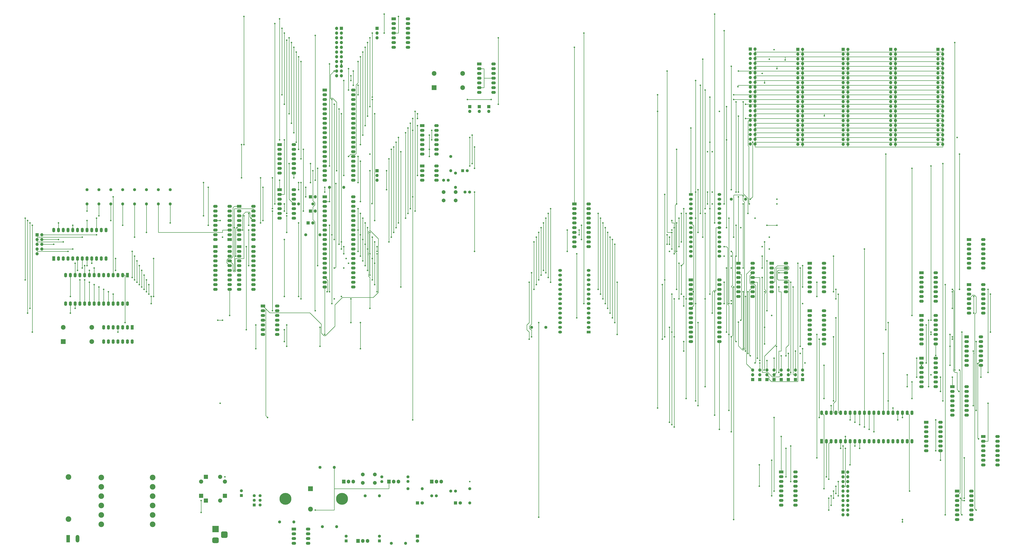
<source format=gbr>
%TF.GenerationSoftware,KiCad,Pcbnew,(5.1.10)-1*%
%TF.CreationDate,2022-04-25T14:42:15+01:00*%
%TF.ProjectId,Motherboard,4d6f7468-6572-4626-9f61-72642e6b6963,2.2*%
%TF.SameCoordinates,Original*%
%TF.FileFunction,Copper,L2,Inr*%
%TF.FilePolarity,Positive*%
%FSLAX46Y46*%
G04 Gerber Fmt 4.6, Leading zero omitted, Abs format (unit mm)*
G04 Created by KiCad (PCBNEW (5.1.10)-1) date 2022-04-25 14:42:15*
%MOMM*%
%LPD*%
G01*
G04 APERTURE LIST*
%TA.AperFunction,ComponentPad*%
%ADD10O,2.400000X1.600000*%
%TD*%
%TA.AperFunction,ComponentPad*%
%ADD11R,2.400000X1.600000*%
%TD*%
%TA.AperFunction,ComponentPad*%
%ADD12C,3.000000*%
%TD*%
%TA.AperFunction,ComponentPad*%
%ADD13C,1.600000*%
%TD*%
%TA.AperFunction,ComponentPad*%
%ADD14R,1.600000X1.600000*%
%TD*%
%TA.AperFunction,ComponentPad*%
%ADD15O,1.700000X1.700000*%
%TD*%
%TA.AperFunction,ComponentPad*%
%ADD16R,1.700000X1.700000*%
%TD*%
%TA.AperFunction,ComponentPad*%
%ADD17O,1.600000X2.400000*%
%TD*%
%TA.AperFunction,ComponentPad*%
%ADD18R,1.600000X2.400000*%
%TD*%
%TA.AperFunction,ComponentPad*%
%ADD19O,1.600000X1.600000*%
%TD*%
%TA.AperFunction,ComponentPad*%
%ADD20O,2.000000X1.440000*%
%TD*%
%TA.AperFunction,ComponentPad*%
%ADD21R,2.000000X1.440000*%
%TD*%
%TA.AperFunction,ComponentPad*%
%ADD22O,1.905000X2.000000*%
%TD*%
%TA.AperFunction,ComponentPad*%
%ADD23R,1.905000X2.000000*%
%TD*%
%TA.AperFunction,ComponentPad*%
%ADD24C,2.500000*%
%TD*%
%TA.AperFunction,ComponentPad*%
%ADD25R,2.500000X2.500000*%
%TD*%
%TA.AperFunction,ComponentPad*%
%ADD26C,2.000000*%
%TD*%
%TA.AperFunction,ComponentPad*%
%ADD27C,6.350000*%
%TD*%
%TA.AperFunction,ComponentPad*%
%ADD28C,2.600000*%
%TD*%
%TA.AperFunction,ComponentPad*%
%ADD29R,2.600000X2.600000*%
%TD*%
%TA.AperFunction,ComponentPad*%
%ADD30O,1.980000X3.960000*%
%TD*%
%TA.AperFunction,ComponentPad*%
%ADD31R,1.980000X3.960000*%
%TD*%
%TA.AperFunction,ComponentPad*%
%ADD32R,3.500000X3.500000*%
%TD*%
%TA.AperFunction,ComponentPad*%
%ADD33C,1.800000*%
%TD*%
%TA.AperFunction,ComponentPad*%
%ADD34R,1.800000X1.800000*%
%TD*%
%TA.AperFunction,ComponentPad*%
%ADD35O,2.200000X2.200000*%
%TD*%
%TA.AperFunction,ComponentPad*%
%ADD36R,2.200000X2.200000*%
%TD*%
%TA.AperFunction,ViaPad*%
%ADD37C,0.800000*%
%TD*%
%TA.AperFunction,Conductor*%
%ADD38C,0.250000*%
%TD*%
G04 APERTURE END LIST*
D10*
%TO.N,VCC*%
%TO.C,U20*%
X441960000Y-275564600D03*
%TO.N,GND*%
X434340000Y-293344600D03*
%TO.N,Net-(U20-Pad15)*%
X441960000Y-278104600D03*
%TO.N,SEL7\u005C*%
X434340000Y-290804600D03*
%TO.N,SEL1\u005C*%
X441960000Y-280644600D03*
%TO.N,65SIB_CS*%
X434340000Y-288264600D03*
%TO.N,SEL2\u005C*%
X441960000Y-283184600D03*
%TO.N,DEV_CS\u005C*%
X434340000Y-285724600D03*
%TO.N,SEL3\u005C*%
X441960000Y-285724600D03*
%TO.N,Net-(U20-Pad4)*%
X434340000Y-283184600D03*
%TO.N,SEL4\u005C*%
X441960000Y-288264600D03*
%TO.N,Net-(U20-Pad3)*%
X434340000Y-280644600D03*
%TO.N,SEL5\u005C*%
X441960000Y-290804600D03*
%TO.N,Net-(U20-Pad2)*%
X434340000Y-278104600D03*
%TO.N,SEL6\u005C*%
X441960000Y-293344600D03*
D11*
%TO.N,Net-(U20-Pad1)*%
X434340000Y-275564600D03*
%TD*%
D12*
%TO.N,Net-(F1-Pad2)*%
%TO.C,F1*%
X53619400Y-300757000D03*
%TO.N,Net-(F1-Pad1)*%
X53619400Y-278257000D03*
%TD*%
D13*
%TO.N,Net-(CP1-Pad1)*%
%TO.C,SW1*%
X156031800Y-288217600D03*
%TO.N,FUSE_IN*%
X156031800Y-290717600D03*
%TO.N,Net-(J1-Pad1)*%
X156031800Y-293217600D03*
%TO.N,Net-(CP1-Pad2)*%
X152831800Y-288217600D03*
%TO.N,GND*%
X152831800Y-290717600D03*
D14*
%TO.N,Net-(J1-Pad2)*%
X152831800Y-293217600D03*
%TD*%
D10*
%TO.N,VCC*%
%TO.C,U15*%
X535940000Y-285750000D03*
%TO.N,GND*%
X528320000Y-300990000D03*
%TO.N,A11*%
X535940000Y-288290000D03*
%TO.N,Net-(U15-Pad6)*%
X528320000Y-298450000D03*
%TO.N,Net-(U15-Pad12)*%
X535940000Y-290830000D03*
%TO.N,A6*%
X528320000Y-295910000D03*
%TO.N,A8*%
X535940000Y-293370000D03*
%TO.N,Net-(U15-Pad4)*%
X528320000Y-293370000D03*
%TO.N,Net-(U15-Pad10)*%
X535940000Y-295910000D03*
%TO.N,RW*%
X528320000Y-290830000D03*
%TO.N,A15*%
X535940000Y-298450000D03*
%TO.N,Net-(U15-Pad2)*%
X528320000Y-288290000D03*
%TO.N,Net-(U15-Pad8)*%
X535940000Y-300990000D03*
D11*
%TO.N,RW*%
X528320000Y-285750000D03*
%TD*%
D15*
%TO.N,+12v*%
%TO.C,J9*%
X520648800Y-100228400D03*
%TO.N,Sync*%
X518108800Y-100228400D03*
%TO.N,-12v*%
X520648800Y-97688400D03*
%TO.N,RDY*%
X518108800Y-97688400D03*
%TO.N,IRQ7\u005C*%
X520648800Y-95148400D03*
%TO.N,RW*%
X518108800Y-95148400D03*
%TO.N,IRQ6\u005C*%
X520648800Y-92608400D03*
%TO.N,A15*%
X518108800Y-92608400D03*
%TO.N,IRQ5\u005C*%
X520648800Y-90068400D03*
%TO.N,A14*%
X518108800Y-90068400D03*
%TO.N,IRQ4\u005C*%
X520648800Y-87528400D03*
%TO.N,A13*%
X518108800Y-87528400D03*
%TO.N,IRQ3\u005C*%
X520648800Y-84988400D03*
%TO.N,A12*%
X518108800Y-84988400D03*
%TO.N,DEV_CS\u005C*%
X520648800Y-82448400D03*
%TO.N,A11*%
X518108800Y-82448400D03*
%TO.N,Page_En*%
X520648800Y-79908400D03*
%TO.N,A10*%
X518108800Y-79908400D03*
%TO.N,PHI2*%
X520648800Y-77368400D03*
%TO.N,A9*%
X518108800Y-77368400D03*
%TO.N,PHI1*%
X520648800Y-74828400D03*
%TO.N,A8*%
X518108800Y-74828400D03*
%TO.N,CLK*%
X520648800Y-72288400D03*
%TO.N,A7*%
X518108800Y-72288400D03*
%TO.N,Reset\u005C*%
X520648800Y-69748400D03*
%TO.N,A6*%
X518108800Y-69748400D03*
%TO.N,D7*%
X520648800Y-67208400D03*
%TO.N,A5*%
X518108800Y-67208400D03*
%TO.N,D6*%
X520648800Y-64668400D03*
%TO.N,A4*%
X518108800Y-64668400D03*
%TO.N,D5*%
X520648800Y-62128400D03*
%TO.N,A3*%
X518108800Y-62128400D03*
%TO.N,D4*%
X520648800Y-59588400D03*
%TO.N,A2*%
X518108800Y-59588400D03*
%TO.N,D3*%
X520648800Y-57048400D03*
%TO.N,A1*%
X518108800Y-57048400D03*
%TO.N,D2*%
X520648800Y-54508400D03*
%TO.N,A0*%
X518108800Y-54508400D03*
%TO.N,D1*%
X520648800Y-51968400D03*
%TO.N,GND*%
X518108800Y-51968400D03*
%TO.N,D0*%
X520648800Y-49428400D03*
D16*
%TO.N,VCC*%
X518108800Y-49428400D03*
%TD*%
D15*
%TO.N,+12v*%
%TO.C,J8*%
X495414000Y-100228400D03*
%TO.N,Sync*%
X492874000Y-100228400D03*
%TO.N,-12v*%
X495414000Y-97688400D03*
%TO.N,RDY*%
X492874000Y-97688400D03*
%TO.N,IRQ7\u005C*%
X495414000Y-95148400D03*
%TO.N,RW*%
X492874000Y-95148400D03*
%TO.N,IRQ6\u005C*%
X495414000Y-92608400D03*
%TO.N,A15*%
X492874000Y-92608400D03*
%TO.N,IRQ5\u005C*%
X495414000Y-90068400D03*
%TO.N,A14*%
X492874000Y-90068400D03*
%TO.N,IRQ4\u005C*%
X495414000Y-87528400D03*
%TO.N,A13*%
X492874000Y-87528400D03*
%TO.N,IRQ3\u005C*%
X495414000Y-84988400D03*
%TO.N,A12*%
X492874000Y-84988400D03*
%TO.N,DEV_CS\u005C*%
X495414000Y-82448400D03*
%TO.N,A11*%
X492874000Y-82448400D03*
%TO.N,Page_En*%
X495414000Y-79908400D03*
%TO.N,A10*%
X492874000Y-79908400D03*
%TO.N,PHI2*%
X495414000Y-77368400D03*
%TO.N,A9*%
X492874000Y-77368400D03*
%TO.N,PHI1*%
X495414000Y-74828400D03*
%TO.N,A8*%
X492874000Y-74828400D03*
%TO.N,CLK*%
X495414000Y-72288400D03*
%TO.N,A7*%
X492874000Y-72288400D03*
%TO.N,Reset\u005C*%
X495414000Y-69748400D03*
%TO.N,A6*%
X492874000Y-69748400D03*
%TO.N,D7*%
X495414000Y-67208400D03*
%TO.N,A5*%
X492874000Y-67208400D03*
%TO.N,D6*%
X495414000Y-64668400D03*
%TO.N,A4*%
X492874000Y-64668400D03*
%TO.N,D5*%
X495414000Y-62128400D03*
%TO.N,A3*%
X492874000Y-62128400D03*
%TO.N,D4*%
X495414000Y-59588400D03*
%TO.N,A2*%
X492874000Y-59588400D03*
%TO.N,D3*%
X495414000Y-57048400D03*
%TO.N,A1*%
X492874000Y-57048400D03*
%TO.N,D2*%
X495414000Y-54508400D03*
%TO.N,A0*%
X492874000Y-54508400D03*
%TO.N,D1*%
X495414000Y-51968400D03*
%TO.N,GND*%
X492874000Y-51968400D03*
%TO.N,D0*%
X495414000Y-49428400D03*
D16*
%TO.N,VCC*%
X492874000Y-49428400D03*
%TD*%
D15*
%TO.N,+12v*%
%TO.C,J7*%
X470026800Y-100177600D03*
%TO.N,Sync*%
X467486800Y-100177600D03*
%TO.N,-12v*%
X470026800Y-97637600D03*
%TO.N,RDY*%
X467486800Y-97637600D03*
%TO.N,IRQ7\u005C*%
X470026800Y-95097600D03*
%TO.N,RW*%
X467486800Y-95097600D03*
%TO.N,IRQ6\u005C*%
X470026800Y-92557600D03*
%TO.N,A15*%
X467486800Y-92557600D03*
%TO.N,IRQ5\u005C*%
X470026800Y-90017600D03*
%TO.N,A14*%
X467486800Y-90017600D03*
%TO.N,IRQ4\u005C*%
X470026800Y-87477600D03*
%TO.N,A13*%
X467486800Y-87477600D03*
%TO.N,IRQ3\u005C*%
X470026800Y-84937600D03*
%TO.N,A12*%
X467486800Y-84937600D03*
%TO.N,DEV_CS\u005C*%
X470026800Y-82397600D03*
%TO.N,A11*%
X467486800Y-82397600D03*
%TO.N,Page_En*%
X470026800Y-79857600D03*
%TO.N,A10*%
X467486800Y-79857600D03*
%TO.N,PHI2*%
X470026800Y-77317600D03*
%TO.N,A9*%
X467486800Y-77317600D03*
%TO.N,PHI1*%
X470026800Y-74777600D03*
%TO.N,A8*%
X467486800Y-74777600D03*
%TO.N,CLK*%
X470026800Y-72237600D03*
%TO.N,A7*%
X467486800Y-72237600D03*
%TO.N,Reset\u005C*%
X470026800Y-69697600D03*
%TO.N,A6*%
X467486800Y-69697600D03*
%TO.N,D7*%
X470026800Y-67157600D03*
%TO.N,A5*%
X467486800Y-67157600D03*
%TO.N,D6*%
X470026800Y-64617600D03*
%TO.N,A4*%
X467486800Y-64617600D03*
%TO.N,D5*%
X470026800Y-62077600D03*
%TO.N,A3*%
X467486800Y-62077600D03*
%TO.N,D4*%
X470026800Y-59537600D03*
%TO.N,A2*%
X467486800Y-59537600D03*
%TO.N,D3*%
X470026800Y-56997600D03*
%TO.N,A1*%
X467486800Y-56997600D03*
%TO.N,D2*%
X470026800Y-54457600D03*
%TO.N,A0*%
X467486800Y-54457600D03*
%TO.N,D1*%
X470026800Y-51917600D03*
%TO.N,GND*%
X467486800Y-51917600D03*
%TO.N,D0*%
X470026800Y-49377600D03*
D16*
%TO.N,VCC*%
X467486800Y-49377600D03*
%TD*%
D15*
%TO.N,+12v*%
%TO.C,J6*%
X445808000Y-100177600D03*
%TO.N,Sync*%
X443268000Y-100177600D03*
%TO.N,-12v*%
X445808000Y-97637600D03*
%TO.N,RDY*%
X443268000Y-97637600D03*
%TO.N,IRQ7\u005C*%
X445808000Y-95097600D03*
%TO.N,RW*%
X443268000Y-95097600D03*
%TO.N,IRQ6\u005C*%
X445808000Y-92557600D03*
%TO.N,A15*%
X443268000Y-92557600D03*
%TO.N,IRQ5\u005C*%
X445808000Y-90017600D03*
%TO.N,A14*%
X443268000Y-90017600D03*
%TO.N,IRQ4\u005C*%
X445808000Y-87477600D03*
%TO.N,A13*%
X443268000Y-87477600D03*
%TO.N,IRQ3\u005C*%
X445808000Y-84937600D03*
%TO.N,A12*%
X443268000Y-84937600D03*
%TO.N,DEV_CS\u005C*%
X445808000Y-82397600D03*
%TO.N,A11*%
X443268000Y-82397600D03*
%TO.N,Page_En*%
X445808000Y-79857600D03*
%TO.N,A10*%
X443268000Y-79857600D03*
%TO.N,PHI2*%
X445808000Y-77317600D03*
%TO.N,A9*%
X443268000Y-77317600D03*
%TO.N,PHI1*%
X445808000Y-74777600D03*
%TO.N,A8*%
X443268000Y-74777600D03*
%TO.N,CLK*%
X445808000Y-72237600D03*
%TO.N,A7*%
X443268000Y-72237600D03*
%TO.N,Reset\u005C*%
X445808000Y-69697600D03*
%TO.N,A6*%
X443268000Y-69697600D03*
%TO.N,D7*%
X445808000Y-67157600D03*
%TO.N,A5*%
X443268000Y-67157600D03*
%TO.N,D6*%
X445808000Y-64617600D03*
%TO.N,A4*%
X443268000Y-64617600D03*
%TO.N,D5*%
X445808000Y-62077600D03*
%TO.N,A3*%
X443268000Y-62077600D03*
%TO.N,D4*%
X445808000Y-59537600D03*
%TO.N,A2*%
X443268000Y-59537600D03*
%TO.N,D3*%
X445808000Y-56997600D03*
%TO.N,A1*%
X443268000Y-56997600D03*
%TO.N,D2*%
X445808000Y-54457600D03*
%TO.N,A0*%
X443268000Y-54457600D03*
%TO.N,D1*%
X445808000Y-51917600D03*
%TO.N,GND*%
X443268000Y-51917600D03*
%TO.N,D0*%
X445808000Y-49377600D03*
D16*
%TO.N,VCC*%
X443268000Y-49377600D03*
%TD*%
D15*
%TO.N,+12v*%
%TO.C,J5*%
X420420800Y-100025200D03*
%TO.N,Sync*%
X417880800Y-100025200D03*
%TO.N,-12v*%
X420420800Y-97485200D03*
%TO.N,RDY*%
X417880800Y-97485200D03*
%TO.N,IRQ7\u005C*%
X420420800Y-94945200D03*
%TO.N,RW*%
X417880800Y-94945200D03*
%TO.N,IRQ6\u005C*%
X420420800Y-92405200D03*
%TO.N,A15*%
X417880800Y-92405200D03*
%TO.N,IRQ5\u005C*%
X420420800Y-89865200D03*
%TO.N,A14*%
X417880800Y-89865200D03*
%TO.N,IRQ4\u005C*%
X420420800Y-87325200D03*
%TO.N,A13*%
X417880800Y-87325200D03*
%TO.N,IRQ3\u005C*%
X420420800Y-84785200D03*
%TO.N,A12*%
X417880800Y-84785200D03*
%TO.N,DEV_CS\u005C*%
X420420800Y-82245200D03*
%TO.N,A11*%
X417880800Y-82245200D03*
%TO.N,Page_En*%
X420420800Y-79705200D03*
%TO.N,A10*%
X417880800Y-79705200D03*
%TO.N,PHI2*%
X420420800Y-77165200D03*
%TO.N,A9*%
X417880800Y-77165200D03*
%TO.N,PHI1*%
X420420800Y-74625200D03*
%TO.N,A8*%
X417880800Y-74625200D03*
%TO.N,CLK*%
X420420800Y-72085200D03*
%TO.N,A7*%
X417880800Y-72085200D03*
%TO.N,Reset\u005C*%
X420420800Y-69545200D03*
%TO.N,A6*%
X417880800Y-69545200D03*
%TO.N,D7*%
X420420800Y-67005200D03*
%TO.N,A5*%
X417880800Y-67005200D03*
%TO.N,D6*%
X420420800Y-64465200D03*
%TO.N,A4*%
X417880800Y-64465200D03*
%TO.N,D5*%
X420420800Y-61925200D03*
%TO.N,A3*%
X417880800Y-61925200D03*
%TO.N,D4*%
X420420800Y-59385200D03*
%TO.N,A2*%
X417880800Y-59385200D03*
%TO.N,D3*%
X420420800Y-56845200D03*
%TO.N,A1*%
X417880800Y-56845200D03*
%TO.N,D2*%
X420420800Y-54305200D03*
%TO.N,A0*%
X417880800Y-54305200D03*
%TO.N,D1*%
X420420800Y-51765200D03*
%TO.N,GND*%
X417880800Y-51765200D03*
%TO.N,D0*%
X420420800Y-49225200D03*
D16*
%TO.N,VCC*%
X417880800Y-49225200D03*
%TD*%
D10*
%TO.N,CA1*%
%TO.C,U33*%
X205740000Y-71120000D03*
%TO.N,VCC*%
X190500000Y-119380000D03*
%TO.N,CA2*%
X205740000Y-73660000D03*
%TO.N,CB2*%
X190500000Y-116840000D03*
%TO.N,A0*%
X205740000Y-76200000D03*
%TO.N,CB1*%
X190500000Y-114300000D03*
%TO.N,A1*%
X205740000Y-78740000D03*
%TO.N,GPIO15*%
X190500000Y-111760000D03*
%TO.N,A2*%
X205740000Y-81280000D03*
%TO.N,GPIO14*%
X190500000Y-109220000D03*
%TO.N,A3*%
X205740000Y-83820000D03*
%TO.N,GPIO13*%
X190500000Y-106680000D03*
%TO.N,RESET\u005C*%
X205740000Y-86360000D03*
%TO.N,GPIO12*%
X190500000Y-104140000D03*
%TO.N,D0*%
X205740000Y-88900000D03*
%TO.N,GPIO11*%
X190500000Y-101600000D03*
%TO.N,D1*%
X205740000Y-91440000D03*
%TO.N,GPIO10*%
X190500000Y-99060000D03*
%TO.N,D2*%
X205740000Y-93980000D03*
%TO.N,GPIO9*%
X190500000Y-96520000D03*
%TO.N,D3*%
X205740000Y-96520000D03*
%TO.N,GPIO8*%
X190500000Y-93980000D03*
%TO.N,D4*%
X205740000Y-99060000D03*
%TO.N,GPIO7*%
X190500000Y-91440000D03*
%TO.N,D5*%
X205740000Y-101600000D03*
%TO.N,GPIO6*%
X190500000Y-88900000D03*
%TO.N,D6*%
X205740000Y-104140000D03*
%TO.N,GPIO5*%
X190500000Y-86360000D03*
%TO.N,D7*%
X205740000Y-106680000D03*
%TO.N,GPIO4*%
X190500000Y-83820000D03*
%TO.N,PHI2*%
X205740000Y-109220000D03*
%TO.N,GPIO3*%
X190500000Y-81280000D03*
%TO.N,CS_GPIO*%
X205740000Y-111760000D03*
%TO.N,GPIO2*%
X190500000Y-78740000D03*
%TO.N,DEV_CS\u005C*%
X205740000Y-114300000D03*
%TO.N,GPIO1*%
X190500000Y-76200000D03*
%TO.N,RW*%
X205740000Y-116840000D03*
%TO.N,GPIO0*%
X190500000Y-73660000D03*
%TO.N,IRQ_DECIDE\u005C*%
X205740000Y-119380000D03*
D11*
%TO.N,GND*%
X190500000Y-71120000D03*
%TD*%
D10*
%TO.N,RESET\u005C*%
%TO.C,U21*%
X205740000Y-128270000D03*
%TO.N,A11*%
X190500000Y-176530000D03*
%TO.N,PHI2*%
X205740000Y-130810000D03*
%TO.N,A10*%
X190500000Y-173990000D03*
%TO.N,VCC*%
X205740000Y-133350000D03*
%TO.N,A9*%
X190500000Y-171450000D03*
%TO.N,CLK*%
X205740000Y-135890000D03*
%TO.N,A8*%
X190500000Y-168910000D03*
%TO.N,Net-(U21-Pad36)*%
X205740000Y-138430000D03*
%TO.N,A7*%
X190500000Y-166370000D03*
%TO.N,Net-(U21-Pad35)*%
X205740000Y-140970000D03*
%TO.N,A6*%
X190500000Y-163830000D03*
%TO.N,RW*%
X205740000Y-143510000D03*
%TO.N,A5*%
X190500000Y-161290000D03*
%TO.N,D0*%
X205740000Y-146050000D03*
%TO.N,A4*%
X190500000Y-158750000D03*
%TO.N,D1*%
X205740000Y-148590000D03*
%TO.N,A3*%
X190500000Y-156210000D03*
%TO.N,D2*%
X205740000Y-151130000D03*
%TO.N,A2*%
X190500000Y-153670000D03*
%TO.N,D3*%
X205740000Y-153670000D03*
%TO.N,A1*%
X190500000Y-151130000D03*
%TO.N,D4*%
X205740000Y-156210000D03*
%TO.N,A0*%
X190500000Y-148590000D03*
%TO.N,D5*%
X205740000Y-158750000D03*
%TO.N,VCC*%
X190500000Y-146050000D03*
%TO.N,D6*%
X205740000Y-161290000D03*
%TO.N,SYNC*%
X190500000Y-143510000D03*
%TO.N,D7*%
X205740000Y-163830000D03*
%TO.N,Net-(JP9-Pad2)*%
X190500000Y-140970000D03*
%TO.N,A15*%
X205740000Y-166370000D03*
%TO.N,Net-(U21-Pad5)*%
X190500000Y-138430000D03*
%TO.N,A14*%
X205740000Y-168910000D03*
%TO.N,Net-(JP10-Pad2)*%
X190500000Y-135890000D03*
%TO.N,A13*%
X205740000Y-171450000D03*
%TO.N,PHI1*%
X190500000Y-133350000D03*
%TO.N,A12*%
X205740000Y-173990000D03*
%TO.N,RDY*%
X190500000Y-130810000D03*
%TO.N,GND*%
X205740000Y-176530000D03*
D11*
%TO.N,Net-(JP11-Pad2)*%
X190500000Y-128270000D03*
%TD*%
D10*
%TO.N,VCC*%
%TO.C,U9*%
X401320000Y-172720000D03*
%TO.N,GND*%
X386080000Y-205740000D03*
%TO.N,RAM_WE\u005C*%
X401320000Y-175260000D03*
%TO.N,D2*%
X386080000Y-203200000D03*
%TO.N,A13*%
X401320000Y-177800000D03*
%TO.N,D1*%
X386080000Y-200660000D03*
%TO.N,A8*%
X401320000Y-180340000D03*
%TO.N,D0*%
X386080000Y-198120000D03*
%TO.N,A9*%
X401320000Y-182880000D03*
%TO.N,A0*%
X386080000Y-195580000D03*
%TO.N,A11*%
X401320000Y-185420000D03*
%TO.N,A1*%
X386080000Y-193040000D03*
%TO.N,RAM_OE\u005C*%
X401320000Y-187960000D03*
%TO.N,A2*%
X386080000Y-190500000D03*
%TO.N,A10*%
X401320000Y-190500000D03*
%TO.N,A3*%
X386080000Y-187960000D03*
%TO.N,Net-(U3-Pad3)*%
X401320000Y-193040000D03*
%TO.N,A4*%
X386080000Y-185420000D03*
%TO.N,D7*%
X401320000Y-195580000D03*
%TO.N,A5*%
X386080000Y-182880000D03*
%TO.N,D6*%
X401320000Y-198120000D03*
%TO.N,A6*%
X386080000Y-180340000D03*
%TO.N,D5*%
X401320000Y-200660000D03*
%TO.N,A7*%
X386080000Y-177800000D03*
%TO.N,D4*%
X401320000Y-203200000D03*
%TO.N,A12*%
X386080000Y-175260000D03*
%TO.N,D3*%
X401320000Y-205740000D03*
D11*
%TO.N,A14*%
X386080000Y-172720000D03*
%TD*%
D17*
%TO.N,65SIB_IRQ\u005C*%
%TO.C,U27*%
X455930000Y-243840000D03*
%TO.N,VCC*%
X504190000Y-259080000D03*
%TO.N,Net-(U27-Pad39)*%
X458470000Y-243840000D03*
%TO.N,Net-(U27-Pad19)*%
X501650000Y-259080000D03*
%TO.N,A0*%
X461010000Y-243840000D03*
%TO.N,Net-(U27-Pad18)*%
X499110000Y-259080000D03*
%TO.N,A1*%
X463550000Y-243840000D03*
%TO.N,Net-(U27-Pad17)*%
X496570000Y-259080000D03*
%TO.N,A2*%
X466090000Y-243840000D03*
%TO.N,Net-(U27-Pad16)*%
X494030000Y-259080000D03*
%TO.N,A3*%
X468630000Y-243840000D03*
%TO.N,Net-(U27-Pad15)*%
X491490000Y-259080000D03*
%TO.N,RESET\u005C*%
X471170000Y-243840000D03*
%TO.N,Net-(U27-Pad14)*%
X488950000Y-259080000D03*
%TO.N,D0*%
X473710000Y-243840000D03*
%TO.N,Net-(U27-Pad13)*%
X486410000Y-259080000D03*
%TO.N,D1*%
X476250000Y-243840000D03*
%TO.N,Net-(U27-Pad12)*%
X483870000Y-259080000D03*
%TO.N,D2*%
X478790000Y-243840000D03*
%TO.N,Net-(U27-Pad11)*%
X481330000Y-259080000D03*
%TO.N,D3*%
X481330000Y-243840000D03*
%TO.N,Net-(U27-Pad10)*%
X478790000Y-259080000D03*
%TO.N,D4*%
X483870000Y-243840000D03*
%TO.N,65SIB_MISO*%
X476250000Y-259080000D03*
%TO.N,D5*%
X486410000Y-243840000D03*
%TO.N,CONF\u005C*%
X473710000Y-259080000D03*
%TO.N,D6*%
X488950000Y-243840000D03*
%TO.N,Net-(U20-Pad4)*%
X471170000Y-259080000D03*
%TO.N,D7*%
X491490000Y-243840000D03*
%TO.N,Net-(U20-Pad1)*%
X468630000Y-259080000D03*
%TO.N,CLK*%
X494030000Y-243840000D03*
%TO.N,Net-(U20-Pad2)*%
X466090000Y-259080000D03*
%TO.N,65SIB_CS*%
X496570000Y-243840000D03*
%TO.N,Net-(U20-Pad3)*%
X463550000Y-259080000D03*
%TO.N,DEV_CS\u005C*%
X499110000Y-243840000D03*
%TO.N,65SIB_MOSI*%
X461010000Y-259080000D03*
%TO.N,RW*%
X501650000Y-243840000D03*
%TO.N,65SIB_CLK*%
X458470000Y-259080000D03*
%TO.N,IRQ2\u005C*%
X504190000Y-243840000D03*
D18*
%TO.N,GND*%
X455930000Y-259080000D03*
%TD*%
D15*
%TO.N,Net-(J3-Pad9)*%
%TO.C,J3*%
X36830000Y-158750000D03*
%TO.N,CTS_COM_PORT*%
X39370000Y-156210000D03*
%TO.N,RTS_COM_PORT*%
X36830000Y-156210000D03*
%TO.N,DSR_COM_PORT*%
X39370000Y-153670000D03*
%TO.N,GND*%
X36830000Y-153670000D03*
%TO.N,DTR_COM_PORT*%
X39370000Y-151130000D03*
%TO.N,Tx_COM_PORT*%
X36830000Y-151130000D03*
%TO.N,Rx_COM_PORT*%
X39370000Y-148590000D03*
D16*
%TO.N,DCD_COM_PORT*%
X36830000Y-148590000D03*
%TD*%
D19*
%TO.N,VCC*%
%TO.C,R22*%
X300990000Y-198120000D03*
D13*
%TO.N,Net-(R22-Pad1)*%
X308610000Y-198120000D03*
%TD*%
D10*
%TO.N,VCC*%
%TO.C,U16*%
X139700000Y-154940000D03*
%TO.N,GND*%
X132080000Y-177800000D03*
%TO.N,Net-(U16-Pad19)*%
X139700000Y-157480000D03*
%TO.N,D7*%
X132080000Y-175260000D03*
%TO.N,Net-(U16-Pad18)*%
X139700000Y-160020000D03*
%TO.N,D6*%
X132080000Y-172720000D03*
%TO.N,Net-(U16-Pad17)*%
X139700000Y-162560000D03*
%TO.N,D5*%
X132080000Y-170180000D03*
%TO.N,Net-(U16-Pad16)*%
X139700000Y-165100000D03*
%TO.N,D4*%
X132080000Y-167640000D03*
%TO.N,Net-(U16-Pad15)*%
X139700000Y-167640000D03*
%TO.N,D3*%
X132080000Y-165100000D03*
%TO.N,Net-(U16-Pad14)*%
X139700000Y-170180000D03*
%TO.N,D2*%
X132080000Y-162560000D03*
%TO.N,Net-(U16-Pad13)*%
X139700000Y-172720000D03*
%TO.N,D1*%
X132080000Y-160020000D03*
%TO.N,Net-(U16-Pad12)*%
X139700000Y-175260000D03*
%TO.N,D0*%
X132080000Y-157480000D03*
%TO.N,CS_WR*%
X139700000Y-177800000D03*
D11*
%TO.N,GND*%
X132080000Y-154940000D03*
%TD*%
D13*
%TO.N,GND*%
%TO.C,C1*%
X220980000Y-278170000D03*
%TO.N,FUSE_OUT*%
X220980000Y-280670000D03*
%TD*%
D15*
%TO.N,GND*%
%TO.C,J4*%
X196850000Y-63500000D03*
%TO.N,CB2*%
X199390000Y-63500000D03*
%TO.N,CB1*%
X196850000Y-60960000D03*
%TO.N,CA2*%
X199390000Y-60960000D03*
%TO.N,CA1*%
X196850000Y-58420000D03*
%TO.N,GPIO15*%
X199390000Y-58420000D03*
%TO.N,GPIO14*%
X196850000Y-55880000D03*
%TO.N,GPIO13*%
X199390000Y-55880000D03*
%TO.N,GPIO12*%
X196850000Y-53340000D03*
%TO.N,GPIO11*%
X199390000Y-53340000D03*
%TO.N,GPIO10*%
X196850000Y-50800000D03*
%TO.N,GPIO9*%
X199390000Y-50800000D03*
%TO.N,GPIO8*%
X196850000Y-48260000D03*
%TO.N,GPIO7*%
X199390000Y-48260000D03*
%TO.N,GPIO6*%
X196850000Y-45720000D03*
%TO.N,GPIO5*%
X199390000Y-45720000D03*
%TO.N,GPIO4*%
X196850000Y-43180000D03*
%TO.N,GPIO3*%
X199390000Y-43180000D03*
%TO.N,GPIO2*%
X196850000Y-40640000D03*
%TO.N,GPIO1*%
X199390000Y-40640000D03*
%TO.N,GPIO0*%
X196850000Y-38100000D03*
D16*
%TO.N,VCC*%
X199390000Y-38100000D03*
%TD*%
D17*
%TO.N,N/C*%
%TO.C,U32*%
X87630000Y-205740000D03*
X72390000Y-198120000D03*
X85090000Y-205740000D03*
X74930000Y-198120000D03*
X82550000Y-205740000D03*
X77470000Y-198120000D03*
X80010000Y-205740000D03*
%TO.N,Net-(U29-Pad20)*%
X80010000Y-198120000D03*
%TO.N,N/C*%
X77470000Y-205740000D03*
%TO.N,CS0_COM*%
X82550000Y-198120000D03*
%TO.N,N/C*%
X74930000Y-205740000D03*
X85090000Y-198120000D03*
X72390000Y-205740000D03*
D18*
X87630000Y-198120000D03*
%TD*%
D20*
%TO.N,D3*%
%TO.C,U19*%
X316230000Y-167640000D03*
%TO.N,GND*%
X331470000Y-167640000D03*
%TO.N,D4*%
X316230000Y-170180000D03*
%TO.N,D2*%
X331470000Y-170180000D03*
%TO.N,D5*%
X316230000Y-172720000D03*
%TO.N,D1*%
X331470000Y-172720000D03*
%TO.N,D6*%
X316230000Y-175260000D03*
%TO.N,D0*%
X331470000Y-175260000D03*
%TO.N,D7*%
X316230000Y-177800000D03*
%TO.N,D0*%
X331470000Y-177800000D03*
%TO.N,GND*%
X316230000Y-180340000D03*
%TO.N,D1*%
X331470000Y-180340000D03*
%TO.N,GND*%
X316230000Y-182880000D03*
%TO.N,D2*%
X331470000Y-182880000D03*
%TO.N,VID_OE*%
X316230000Y-185420000D03*
%TO.N,D3*%
X331470000Y-185420000D03*
%TO.N,GND*%
X316230000Y-187960000D03*
%TO.N,D4*%
X331470000Y-187960000D03*
%TO.N,GND*%
X316230000Y-190500000D03*
%TO.N,D5*%
X331470000Y-190500000D03*
%TO.N,SYNC*%
X316230000Y-193040000D03*
%TO.N,D6*%
X331470000Y-193040000D03*
%TO.N,GND*%
X316230000Y-195580000D03*
%TO.N,D7*%
X331470000Y-195580000D03*
%TO.N,Net-(R22-Pad1)*%
X316230000Y-198120000D03*
%TO.N,GND*%
X331470000Y-198120000D03*
%TO.N,VCC*%
X316230000Y-200660000D03*
D21*
%TO.N,GND*%
X331470000Y-200660000D03*
%TD*%
D20*
%TO.N,D3*%
%TO.C,U11*%
X401320000Y-160020000D03*
%TO.N,GND*%
X386080000Y-160020000D03*
%TO.N,D4*%
X401320000Y-157480000D03*
%TO.N,D2*%
X386080000Y-157480000D03*
%TO.N,D5*%
X401320000Y-154940000D03*
%TO.N,D1*%
X386080000Y-154940000D03*
%TO.N,D6*%
X401320000Y-152400000D03*
%TO.N,D0*%
X386080000Y-152400000D03*
%TO.N,D7*%
X401320000Y-149860000D03*
%TO.N,A0*%
X386080000Y-149860000D03*
%TO.N,ROM_EN*%
X401320000Y-147320000D03*
%TO.N,A1*%
X386080000Y-147320000D03*
%TO.N,A10*%
X401320000Y-144780000D03*
%TO.N,A2*%
X386080000Y-144780000D03*
%TO.N,ROM_EN*%
X401320000Y-142240000D03*
%TO.N,A3*%
X386080000Y-142240000D03*
%TO.N,A11*%
X401320000Y-139700000D03*
%TO.N,A4*%
X386080000Y-139700000D03*
%TO.N,A9*%
X401320000Y-137160000D03*
%TO.N,A5*%
X386080000Y-137160000D03*
%TO.N,A8*%
X401320000Y-134620000D03*
%TO.N,A6*%
X386080000Y-134620000D03*
%TO.N,A13*%
X401320000Y-132080000D03*
%TO.N,A7*%
X386080000Y-132080000D03*
%TO.N,Net-(R16-Pad1)*%
X401320000Y-129540000D03*
%TO.N,A12*%
X386080000Y-129540000D03*
%TO.N,VCC*%
X401320000Y-127000000D03*
D21*
%TO.N,A14*%
X386080000Y-127000000D03*
%TD*%
D22*
%TO.N,-12v*%
%TO.C,U13*%
X213360000Y-312420000D03*
%TO.N,Net-(C5-Pad2)*%
X210820000Y-312420000D03*
D23*
%TO.N,GND*%
X208280000Y-312420000D03*
%TD*%
D24*
%TO.N,GND*%
%TO.C,X2*%
X66040000Y-205740000D03*
%TO.N,XTL1_COM*%
X66040000Y-198120000D03*
%TO.N,VCC*%
X50800000Y-198120000D03*
D25*
%TO.N,Net-(X2-Pad1)*%
X50800000Y-205740000D03*
%TD*%
D24*
%TO.N,GND*%
%TO.C,X1*%
X264160000Y-69850000D03*
%TO.N,CLK1*%
X264160000Y-62230000D03*
%TO.N,VCC*%
X248920000Y-62230000D03*
D25*
%TO.N,Net-(X1-Pad1)*%
X248920000Y-69850000D03*
%TD*%
D10*
%TO.N,VCC*%
%TO.C,U43*%
X542290000Y-151130000D03*
%TO.N,GND*%
X534670000Y-166370000D03*
%TO.N,N/C*%
X542290000Y-153670000D03*
X534670000Y-163830000D03*
X542290000Y-156210000D03*
X534670000Y-161290000D03*
X542290000Y-158750000D03*
X534670000Y-158750000D03*
X542290000Y-161290000D03*
X534670000Y-156210000D03*
X542290000Y-163830000D03*
%TO.N,Net-(U39-Pad10)*%
X534670000Y-153670000D03*
%TO.N,N/C*%
X542290000Y-166370000D03*
D11*
%TO.N,A3*%
X534670000Y-151130000D03*
%TD*%
D10*
%TO.N,VCC*%
%TO.C,U31*%
X549910000Y-256540000D03*
%TO.N,GND*%
X542290000Y-271780000D03*
%TO.N,N/C*%
X549910000Y-259080000D03*
X542290000Y-269240000D03*
X549910000Y-261620000D03*
X542290000Y-266700000D03*
X549910000Y-264160000D03*
X542290000Y-264160000D03*
X549910000Y-266700000D03*
X542290000Y-261620000D03*
X549910000Y-269240000D03*
%TO.N,Net-(U31-Pad2)*%
X542290000Y-259080000D03*
%TO.N,N/C*%
X549910000Y-271780000D03*
D11*
%TO.N,A11*%
X542290000Y-256540000D03*
%TD*%
D10*
%TO.N,VCC*%
%TO.C,U38*%
X541020000Y-203200000D03*
%TO.N,GND*%
X533400000Y-218440000D03*
%TO.N,N/C*%
X541020000Y-205740000D03*
X533400000Y-215900000D03*
X541020000Y-208280000D03*
X533400000Y-213360000D03*
X541020000Y-210820000D03*
%TO.N,Net-(U35-Pad10)*%
X533400000Y-210820000D03*
%TO.N,N/C*%
X541020000Y-213360000D03*
%TO.N,A5*%
X533400000Y-208280000D03*
%TO.N,A8*%
X541020000Y-215900000D03*
%TO.N,Net-(U35-Pad9)*%
X533400000Y-205740000D03*
%TO.N,Net-(U35-Pad1)*%
X541020000Y-218440000D03*
D11*
%TO.N,A4*%
X533400000Y-203200000D03*
%TD*%
D10*
%TO.N,VCC*%
%TO.C,U42*%
X516890000Y-168910000D03*
%TO.N,GND*%
X509270000Y-184150000D03*
%TO.N,N/C*%
X516890000Y-171450000D03*
X509270000Y-181610000D03*
X516890000Y-173990000D03*
X509270000Y-179070000D03*
X516890000Y-176530000D03*
X509270000Y-176530000D03*
%TO.N,Net-(U39-Pad6)*%
X516890000Y-179070000D03*
%TO.N,N/C*%
X509270000Y-173990000D03*
%TO.N,Net-(U39-Pad8)*%
X516890000Y-181610000D03*
%TO.N,N/C*%
X509270000Y-171450000D03*
%TO.N,CS0_COM*%
X516890000Y-184150000D03*
D11*
%TO.N,N/C*%
X509270000Y-168910000D03*
%TD*%
D10*
%TO.N,VCC*%
%TO.C,U36*%
X516890000Y-214630000D03*
%TO.N,GND*%
X509270000Y-229870000D03*
%TO.N,N/C*%
X516890000Y-217170000D03*
%TO.N,Net-(U35-Pad12)*%
X509270000Y-227330000D03*
%TO.N,N/C*%
X516890000Y-219710000D03*
%TO.N,A6*%
X509270000Y-224790000D03*
%TO.N,A9*%
X516890000Y-222250000D03*
%TO.N,Net-(U36-Pad4)*%
X509270000Y-222250000D03*
%TO.N,Net-(U35-Pad2)*%
X516890000Y-224790000D03*
%TO.N,A5*%
X509270000Y-219710000D03*
%TO.N,A9*%
X516890000Y-227330000D03*
%TO.N,Net-(U36-Pad2)*%
X509270000Y-217170000D03*
%TO.N,Net-(U36-Pad8)*%
X516890000Y-229870000D03*
D11*
%TO.N,A6*%
X509270000Y-214630000D03*
%TD*%
D10*
%TO.N,VCC*%
%TO.C,U39*%
X542290000Y-175260000D03*
%TO.N,GND*%
X534670000Y-190500000D03*
%TO.N,Net-(U36-Pad4)*%
X542290000Y-177800000D03*
%TO.N,Net-(U39-Pad6)*%
X534670000Y-187960000D03*
%TO.N,A4*%
X542290000Y-180340000D03*
%TO.N,Net-(U39-Pad5)*%
X534670000Y-185420000D03*
%TO.N,N/C*%
X542290000Y-182880000D03*
%TO.N,Net-(U15-Pad10)*%
X534670000Y-182880000D03*
%TO.N,Net-(U39-Pad10)*%
X542290000Y-185420000D03*
%TO.N,N/C*%
X534670000Y-180340000D03*
%TO.N,A2*%
X542290000Y-187960000D03*
%TO.N,Net-(U23-Pad8)*%
X534670000Y-177800000D03*
%TO.N,Net-(U39-Pad8)*%
X542290000Y-190500000D03*
D11*
%TO.N,Net-(U15-Pad6)*%
X534670000Y-175260000D03*
%TD*%
D10*
%TO.N,VCC*%
%TO.C,U35*%
X533400000Y-229870000D03*
%TO.N,GND*%
X525780000Y-245110000D03*
%TO.N,A7*%
X533400000Y-232410000D03*
%TO.N,Net-(U35-Pad6)*%
X525780000Y-242570000D03*
%TO.N,Net-(U35-Pad12)*%
X533400000Y-234950000D03*
%TO.N,Net-(U31-Pad2)*%
X525780000Y-240030000D03*
%TO.N,N/C*%
X533400000Y-237490000D03*
%TO.N,Net-(U23-Pad12)*%
X525780000Y-237490000D03*
%TO.N,Net-(U35-Pad10)*%
X533400000Y-240030000D03*
%TO.N,N/C*%
X525780000Y-234950000D03*
%TO.N,Net-(U35-Pad9)*%
X533400000Y-242570000D03*
%TO.N,Net-(U35-Pad2)*%
X525780000Y-232410000D03*
%TO.N,Net-(U35-Pad8)*%
X533400000Y-245110000D03*
D11*
%TO.N,Net-(U35-Pad1)*%
X525780000Y-229870000D03*
%TD*%
D10*
%TO.N,VCC*%
%TO.C,U37*%
X516890000Y-191770000D03*
%TO.N,GND*%
X509270000Y-207010000D03*
%TO.N,Net-(U23-Pad4)*%
X516890000Y-194310000D03*
%TO.N,Net-(U18-Pad10)*%
X509270000Y-204470000D03*
%TO.N,Net-(U36-Pad2)*%
X516890000Y-196850000D03*
%TO.N,Net-(U15-Pad12)*%
X509270000Y-201930000D03*
%TO.N,N/C*%
X516890000Y-199390000D03*
%TO.N,Net-(U23-Pad10)*%
X509270000Y-199390000D03*
%TO.N,A5*%
X516890000Y-201930000D03*
%TO.N,N/C*%
X509270000Y-196850000D03*
%TO.N,A4*%
X516890000Y-204470000D03*
%TO.N,Net-(U36-Pad8)*%
X509270000Y-194310000D03*
%TO.N,Net-(U18-Pad9)*%
X516890000Y-207010000D03*
D11*
%TO.N,Net-(U23-Pad6)*%
X509270000Y-191770000D03*
%TD*%
D10*
%TO.N,VCC*%
%TO.C,U40*%
X519430000Y-248920000D03*
%TO.N,GND*%
X511810000Y-264160000D03*
%TO.N,N/C*%
X519430000Y-251460000D03*
X511810000Y-261620000D03*
X519430000Y-254000000D03*
X511810000Y-259080000D03*
X519430000Y-256540000D03*
X511810000Y-256540000D03*
%TO.N,Net-(U35-Pad6)*%
X519430000Y-259080000D03*
%TO.N,N/C*%
X511810000Y-254000000D03*
%TO.N,Net-(U35-Pad8)*%
X519430000Y-261620000D03*
%TO.N,N/C*%
X511810000Y-251460000D03*
%TO.N,65SIB_CS*%
X519430000Y-264160000D03*
D11*
%TO.N,N/C*%
X511810000Y-248920000D03*
%TD*%
D17*
%TO.N,DSR_COM_PORT*%
%TO.C,U29*%
X45720000Y-146050000D03*
%TO.N,VCC*%
X73660000Y-161290000D03*
%TO.N,DSR_COM*%
X48260000Y-146050000D03*
%TO.N,GND*%
X71120000Y-161290000D03*
%TO.N,Net-(U29-Pad22)*%
X50800000Y-146050000D03*
%TO.N,Rx_COM_PORT*%
X68580000Y-161290000D03*
%TO.N,Net-(U29-Pad21)*%
X53340000Y-146050000D03*
%TO.N,Rx_COM*%
X66040000Y-161290000D03*
%TO.N,Net-(U29-Pad20)*%
X55880000Y-146050000D03*
%TO.N,Tx_COM*%
X63500000Y-161290000D03*
%TO.N,Net-(U29-Pad19)*%
X58420000Y-146050000D03*
%TO.N,RTS_COM*%
X60960000Y-161290000D03*
%TO.N,DCD_COM_PORT*%
X60960000Y-146050000D03*
%TO.N,CTS_COM*%
X58420000Y-161290000D03*
%TO.N,DCD_COM*%
X63500000Y-146050000D03*
%TO.N,CTS_COM_PORT*%
X55880000Y-161290000D03*
%TO.N,Net-(U29-Pad16)*%
X66040000Y-146050000D03*
%TO.N,RTS_COM_PORT*%
X53340000Y-161290000D03*
%TO.N,DTR_COM*%
X68580000Y-146050000D03*
%TO.N,Tx_COM_PORT*%
X50800000Y-161290000D03*
%TO.N,Net-(U29-Pad14)*%
X71120000Y-146050000D03*
%TO.N,DTR_COM_PORT*%
X48260000Y-161290000D03*
%TO.N,Net-(U29-Pad13)*%
X73660000Y-146050000D03*
D18*
%TO.N,Net-(U29-Pad1)*%
X45720000Y-161290000D03*
%TD*%
D10*
%TO.N,VCC*%
%TO.C,U28*%
X457200000Y-189230000D03*
%TO.N,GND*%
X449580000Y-207010000D03*
%TO.N,Net-(U28-Pad15)*%
X457200000Y-191770000D03*
%TO.N,Net-(U28-Pad7)*%
X449580000Y-204470000D03*
%TO.N,Net-(U28-Pad14)*%
X457200000Y-194310000D03*
%TO.N,A15*%
X449580000Y-201930000D03*
%TO.N,Net-(U28-Pad13)*%
X457200000Y-196850000D03*
%TO.N,GND*%
X449580000Y-199390000D03*
%TO.N,Net-(U28-Pad12)*%
X457200000Y-199390000D03*
%TO.N,GND*%
X449580000Y-196850000D03*
%TO.N,Net-(U28-Pad11)*%
X457200000Y-201930000D03*
%TO.N,A14*%
X449580000Y-194310000D03*
%TO.N,DEV_CS\u005C*%
X457200000Y-204470000D03*
%TO.N,A13*%
X449580000Y-191770000D03*
%TO.N,Net-(U28-Pad9)*%
X457200000Y-207010000D03*
D11*
%TO.N,A12*%
X449580000Y-189230000D03*
%TD*%
D10*
%TO.N,VCC*%
%TO.C,U26*%
X250190000Y-111760000D03*
X242570000Y-119380000D03*
%TO.N,Net-(CP2-Pad1)*%
X250190000Y-114300000D03*
%TO.N,Net-(U23-Pad1)*%
X242570000Y-116840000D03*
%TO.N,Net-(CP2-Pad1)*%
X250190000Y-116840000D03*
%TO.N,Net-(C7-Pad1)*%
X242570000Y-114300000D03*
%TO.N,Net-(C8-Pad1)*%
X250190000Y-119380000D03*
D11*
%TO.N,GND*%
X242570000Y-111760000D03*
%TD*%
D17*
%TO.N,RW*%
%TO.C,U25*%
X85090000Y-185420000D03*
%TO.N,A1*%
X52070000Y-170180000D03*
%TO.N,PHI2*%
X82550000Y-185420000D03*
%TO.N,A0*%
X54610000Y-170180000D03*
%TO.N,IRQ0\u005C*%
X80010000Y-185420000D03*
%TO.N,Rx_COM*%
X57150000Y-170180000D03*
%TO.N,D7*%
X77470000Y-185420000D03*
%TO.N,DTR_COM*%
X59690000Y-170180000D03*
%TO.N,D6*%
X74930000Y-185420000D03*
%TO.N,Tx_COM*%
X62230000Y-170180000D03*
%TO.N,D5*%
X72390000Y-185420000D03*
%TO.N,CTS_COM*%
X64770000Y-170180000D03*
%TO.N,D4*%
X69850000Y-185420000D03*
%TO.N,RTS_COM*%
X67310000Y-170180000D03*
%TO.N,D3*%
X67310000Y-185420000D03*
%TO.N,Net-(U25-Pad7)*%
X69850000Y-170180000D03*
%TO.N,D2*%
X64770000Y-185420000D03*
%TO.N,XTL1_COM*%
X72390000Y-170180000D03*
%TO.N,D1*%
X62230000Y-185420000D03*
%TO.N,N/C*%
X74930000Y-170180000D03*
%TO.N,D0*%
X59690000Y-185420000D03*
%TO.N,RESET\u005C*%
X77470000Y-170180000D03*
%TO.N,DSR_COM*%
X57150000Y-185420000D03*
%TO.N,DEV_CS\u005C*%
X80010000Y-170180000D03*
%TO.N,DCD_COM*%
X54610000Y-185420000D03*
%TO.N,CS0_COM*%
X82550000Y-170180000D03*
%TO.N,VCC*%
X52070000Y-185420000D03*
D18*
%TO.N,GND*%
X85090000Y-170180000D03*
%TD*%
D10*
%TO.N,VCC*%
%TO.C,U24*%
X280670000Y-57150000D03*
%TO.N,GND*%
X273050000Y-72390000D03*
%TO.N,VCC*%
X280670000Y-59690000D03*
%TO.N,Net-(U24-Pad11)*%
X273050000Y-69850000D03*
%TO.N,Net-(U24-Pad12)*%
X280670000Y-62230000D03*
%TO.N,CLK2*%
X273050000Y-67310000D03*
%TO.N,Net-(U24-Pad11)*%
X280670000Y-64770000D03*
%TO.N,VCC*%
X273050000Y-64770000D03*
X280670000Y-67310000D03*
%TO.N,CLK1*%
X273050000Y-62230000D03*
%TO.N,CLK4*%
X280670000Y-69850000D03*
%TO.N,Net-(U24-Pad11)*%
X273050000Y-59690000D03*
%TO.N,Net-(U24-Pad12)*%
X280670000Y-72390000D03*
D11*
%TO.N,VCC*%
X273050000Y-57150000D03*
%TD*%
D10*
%TO.N,VCC*%
%TO.C,U23*%
X250190000Y-90170000D03*
%TO.N,GND*%
X242570000Y-105410000D03*
%TO.N,A10*%
X250190000Y-92710000D03*
%TO.N,Net-(U23-Pad6)*%
X242570000Y-102870000D03*
%TO.N,Net-(U23-Pad12)*%
X250190000Y-95250000D03*
%TO.N,A8*%
X242570000Y-100330000D03*
%TO.N,A10*%
X250190000Y-97790000D03*
%TO.N,Net-(U23-Pad4)*%
X242570000Y-97790000D03*
%TO.N,Net-(U23-Pad10)*%
X250190000Y-100330000D03*
%TO.N,A7*%
X242570000Y-95250000D03*
X250190000Y-102870000D03*
%TO.N,RESET\u005C*%
X242570000Y-92710000D03*
%TO.N,Net-(U23-Pad8)*%
X250190000Y-105410000D03*
D11*
%TO.N,Net-(U23-Pad1)*%
X242570000Y-90170000D03*
%TD*%
D10*
%TO.N,VCC*%
%TO.C,U22*%
X419100000Y-163830000D03*
%TO.N,GND*%
X411480000Y-181610000D03*
%TO.N,CS0\u005C*%
X419100000Y-166370000D03*
%TO.N,CS7\u005C*%
X411480000Y-179070000D03*
%TO.N,CS1\u005C*%
X419100000Y-168910000D03*
%TO.N,Net-(U15-Pad8)*%
X411480000Y-176530000D03*
%TO.N,CS2\u005C*%
X419100000Y-171450000D03*
%TO.N,GND*%
X411480000Y-173990000D03*
%TO.N,CS3\u005C*%
X419100000Y-173990000D03*
%TO.N,GND*%
X411480000Y-171450000D03*
%TO.N,CS4\u005C*%
X419100000Y-176530000D03*
%TO.N,A14*%
X411480000Y-168910000D03*
%TO.N,CS5\u005C*%
X419100000Y-179070000D03*
%TO.N,A13*%
X411480000Y-166370000D03*
%TO.N,CS6\u005C*%
X419100000Y-181610000D03*
D11*
%TO.N,A12*%
X411480000Y-163830000D03*
%TD*%
D10*
%TO.N,VCC*%
%TO.C,U18*%
X165100000Y-186690000D03*
%TO.N,GND*%
X157480000Y-201930000D03*
%TO.N,N/C*%
X165100000Y-189230000D03*
%TO.N,CS_RD*%
X157480000Y-199390000D03*
%TO.N,N/C*%
X165100000Y-191770000D03*
%TO.N,Net-(U15-Pad4)*%
X157480000Y-196850000D03*
%TO.N,N/C*%
X165100000Y-194310000D03*
%TO.N,DEV_CS\u005C*%
X157480000Y-194310000D03*
%TO.N,Net-(U18-Pad10)*%
X165100000Y-196850000D03*
%TO.N,CS_WR*%
X157480000Y-191770000D03*
%TO.N,Net-(U18-Pad9)*%
X165100000Y-199390000D03*
%TO.N,RW*%
X157480000Y-189230000D03*
%TO.N,CS_GPIO*%
X165100000Y-201930000D03*
D11*
%TO.N,DEV_CS\u005C*%
X157480000Y-186690000D03*
%TD*%
D10*
%TO.N,VCC*%
%TO.C,U17*%
X152400000Y-154940000D03*
%TO.N,GND*%
X144780000Y-177800000D03*
%TO.N,D0*%
X152400000Y-157480000D03*
%TO.N,GND*%
X144780000Y-175260000D03*
%TO.N,D1*%
X152400000Y-160020000D03*
%TO.N,GND*%
X144780000Y-172720000D03*
%TO.N,D2*%
X152400000Y-162560000D03*
%TO.N,GND*%
X144780000Y-170180000D03*
%TO.N,D3*%
X152400000Y-165100000D03*
%TO.N,Net-(U17-Pad6)*%
X144780000Y-167640000D03*
%TO.N,D4*%
X152400000Y-167640000D03*
%TO.N,Net-(U17-Pad5)*%
X144780000Y-165100000D03*
%TO.N,D5*%
X152400000Y-170180000D03*
%TO.N,Net-(U17-Pad4)*%
X144780000Y-162560000D03*
%TO.N,D6*%
X152400000Y-172720000D03*
%TO.N,Net-(U17-Pad3)*%
X144780000Y-160020000D03*
%TO.N,D7*%
X152400000Y-175260000D03*
%TO.N,GND*%
X144780000Y-157480000D03*
%TO.N,PHI2*%
X152400000Y-177800000D03*
D11*
%TO.N,CS_RD*%
X144780000Y-154940000D03*
%TD*%
D10*
%TO.N,VCC*%
%TO.C,U14*%
X173990000Y-100330000D03*
%TO.N,GND*%
X166370000Y-115570000D03*
%TO.N,N/C*%
X173990000Y-102870000D03*
%TO.N,RAM_OE\u005C*%
X166370000Y-113030000D03*
%TO.N,N/C*%
X173990000Y-105410000D03*
%TO.N,RW*%
X166370000Y-110490000D03*
%TO.N,N/C*%
X173990000Y-107950000D03*
%TO.N,PHI2*%
X166370000Y-107950000D03*
%TO.N,A14*%
X173990000Y-110490000D03*
%TO.N,RAM_WE\u005C*%
X166370000Y-105410000D03*
%TO.N,A15*%
X173990000Y-113030000D03*
%TO.N,Net-(U14-Pad2)*%
X166370000Y-102870000D03*
%TO.N,Net-(U14-Pad8)*%
X173990000Y-115570000D03*
D11*
%TO.N,PHI2*%
X166370000Y-100330000D03*
%TD*%
D10*
%TO.N,Net-(U12-Pad8)*%
%TO.C,U12*%
X181610000Y-306070000D03*
%TO.N,GND*%
X173990000Y-313690000D03*
%TO.N,Net-(U12-Pad7)*%
X181610000Y-308610000D03*
%TO.N,GND*%
X173990000Y-311150000D03*
%TO.N,FUSE_OUT*%
X181610000Y-311150000D03*
%TO.N,Net-(R14-Pad1)*%
X173990000Y-308610000D03*
%TO.N,Net-(C5-Pad2)*%
X181610000Y-313690000D03*
D11*
%TO.N,Net-(U12-Pad1)*%
X173990000Y-306070000D03*
%TD*%
D10*
%TO.N,VCC*%
%TO.C,U10*%
X331470000Y-132080000D03*
%TO.N,GND*%
X323850000Y-154940000D03*
%TO.N,Net-(U10-Pad1)*%
X331470000Y-134620000D03*
%TO.N,D7*%
X323850000Y-152400000D03*
%TO.N,D0*%
X331470000Y-137160000D03*
%TO.N,D6*%
X323850000Y-149860000D03*
%TO.N,D1*%
X331470000Y-139700000D03*
%TO.N,D5*%
X323850000Y-147320000D03*
%TO.N,D2*%
X331470000Y-142240000D03*
%TO.N,D4*%
X323850000Y-144780000D03*
%TO.N,D3*%
X331470000Y-144780000D03*
X323850000Y-142240000D03*
%TO.N,D4*%
X331470000Y-147320000D03*
%TO.N,D2*%
X323850000Y-139700000D03*
%TO.N,D5*%
X331470000Y-149860000D03*
%TO.N,D1*%
X323850000Y-137160000D03*
%TO.N,D6*%
X331470000Y-152400000D03*
%TO.N,D0*%
X323850000Y-134620000D03*
%TO.N,D7*%
X331470000Y-154940000D03*
D11*
%TO.N,Net-(U10-Pad1)*%
X323850000Y-132080000D03*
%TD*%
D10*
%TO.N,VCC*%
%TO.C,U8*%
X457200000Y-163830000D03*
%TO.N,GND*%
X449580000Y-179070000D03*
%TO.N,N/C*%
X457200000Y-166370000D03*
%TO.N,Net-(U3-Pad1)*%
X449580000Y-176530000D03*
%TO.N,N/C*%
X457200000Y-168910000D03*
%TO.N,Net-(U8-Pad3)*%
X449580000Y-173990000D03*
%TO.N,N/C*%
X457200000Y-171450000D03*
%TO.N,Net-(U3-Pad11)*%
X449580000Y-171450000D03*
%TO.N,Net-(U3-Pad8)*%
X457200000Y-173990000D03*
%TO.N,Net-(U8-Pad3)*%
X449580000Y-168910000D03*
%TO.N,Net-(U3-Pad6)*%
X457200000Y-176530000D03*
%TO.N,Net-(JP7-Pad2)*%
X449580000Y-166370000D03*
%TO.N,Net-(U3-Pad2)*%
X457200000Y-179070000D03*
D11*
%TO.N,Net-(JP6-Pad2)*%
X449580000Y-163830000D03*
%TD*%
D10*
%TO.N,VCC*%
%TO.C,U7*%
X173990000Y-124460000D03*
%TO.N,GND*%
X166370000Y-139700000D03*
%TO.N,A9*%
X173990000Y-127000000D03*
%TO.N,Net-(U6-Pad5)*%
X166370000Y-137160000D03*
%TO.N,Net-(U39-Pad5)*%
X173990000Y-129540000D03*
%TO.N,Net-(U14-Pad8)*%
X166370000Y-134620000D03*
%TO.N,RW*%
X173990000Y-132080000D03*
%TO.N,Net-(U6-Pad2)*%
X166370000Y-132080000D03*
%TO.N,Net-(U14-Pad2)*%
X173990000Y-134620000D03*
%TO.N,PAGE_EN*%
X166370000Y-129540000D03*
%TO.N,Net-(U5-Pad7)*%
X173990000Y-137160000D03*
%TO.N,Net-(U6-Pad1)*%
X166370000Y-127000000D03*
%TO.N,IRQ\u005C*%
X173990000Y-139700000D03*
D11*
%TO.N,Net-(JP1-Pad3)*%
X166370000Y-124460000D03*
%TD*%
D10*
%TO.N,VCC*%
%TO.C,U6*%
X234950000Y-33020000D03*
%TO.N,GND*%
X227330000Y-48260000D03*
%TO.N,PHI2*%
X234950000Y-35560000D03*
%TO.N,Net-(JP1-Pad3)*%
X227330000Y-45720000D03*
%TO.N,RW*%
X234950000Y-38100000D03*
%TO.N,Net-(U6-Pad5)*%
X227330000Y-43180000D03*
%TO.N,VID_OE*%
X234950000Y-40640000D03*
%TO.N,A13*%
X227330000Y-40640000D03*
%TO.N,PHI2*%
X234950000Y-43180000D03*
%TO.N,Net-(JP1-Pad1)*%
X227330000Y-38100000D03*
%TO.N,Net-(U15-Pad2)*%
X234950000Y-45720000D03*
%TO.N,Net-(U6-Pad2)*%
X227330000Y-35560000D03*
%TO.N,Net-(U10-Pad1)*%
X234950000Y-48260000D03*
D11*
%TO.N,Net-(U6-Pad1)*%
X227330000Y-33020000D03*
%TD*%
D10*
%TO.N,VCC*%
%TO.C,U5*%
X152400000Y-133350000D03*
%TO.N,GND*%
X144780000Y-151130000D03*
%TO.N,Net-(U17-Pad6)*%
X152400000Y-135890000D03*
%TO.N,Net-(U5-Pad7)*%
X144780000Y-148590000D03*
%TO.N,Net-(U16-Pad17)*%
X152400000Y-138430000D03*
%TO.N,Net-(U5-Pad6)*%
X144780000Y-146050000D03*
%TO.N,Net-(U17-Pad5)*%
X152400000Y-140970000D03*
%TO.N,Net-(U5-Pad5)*%
X144780000Y-143510000D03*
%TO.N,Net-(U17-Pad4)*%
X152400000Y-143510000D03*
%TO.N,Net-(U5-Pad4)*%
X144780000Y-140970000D03*
%TO.N,Net-(U16-Pad18)*%
X152400000Y-146050000D03*
%TO.N,Net-(U5-Pad3)*%
X144780000Y-138430000D03*
%TO.N,Net-(U17-Pad3)*%
X152400000Y-148590000D03*
%TO.N,Net-(U5-Pad2)*%
X144780000Y-135890000D03*
%TO.N,Net-(U16-Pad19)*%
X152400000Y-151130000D03*
D11*
%TO.N,Net-(U16-Pad16)*%
X144780000Y-133350000D03*
%TD*%
D10*
%TO.N,VCC*%
%TO.C,U4*%
X132080000Y-151130000D03*
%TO.N,GND*%
X139700000Y-133350000D03*
%TO.N,VCC*%
X132080000Y-148590000D03*
%TO.N,Net-(U17-Pad4)*%
X139700000Y-135890000D03*
%TO.N,Net-(U17-Pad6)*%
X132080000Y-146050000D03*
%TO.N,Net-(U17-Pad5)*%
X139700000Y-138430000D03*
%TO.N,IRQ3\u005C*%
X132080000Y-143510000D03*
%TO.N,GND*%
X139700000Y-140970000D03*
%TO.N,IRQ2\u005C*%
X132080000Y-140970000D03*
%TO.N,IRQ7\u005C*%
X139700000Y-143510000D03*
%TO.N,IRQ1\u005C*%
X132080000Y-138430000D03*
%TO.N,IRQ6\u005C*%
X139700000Y-146050000D03*
%TO.N,IRQ0\u005C*%
X132080000Y-135890000D03*
%TO.N,IRQ5\u005C*%
X139700000Y-148590000D03*
%TO.N,Net-(U17-Pad3)*%
X132080000Y-133350000D03*
D11*
%TO.N,IRQ4\u005C*%
X139700000Y-151130000D03*
%TD*%
D10*
%TO.N,VCC*%
%TO.C,U3*%
X436880000Y-163830000D03*
%TO.N,GND*%
X429260000Y-179070000D03*
%TO.N,Net-(JP12-Pad2)*%
X436880000Y-166370000D03*
%TO.N,Net-(U3-Pad6)*%
X429260000Y-176530000D03*
%TO.N,Net-(JP8-Pad2)*%
X436880000Y-168910000D03*
%TO.N,Net-(JP5-Pad2)*%
X429260000Y-173990000D03*
%TO.N,Net-(U3-Pad11)*%
X436880000Y-171450000D03*
%TO.N,Net-(JP4-Pad2)*%
X429260000Y-171450000D03*
%TO.N,Net-(JP3-Pad2)*%
X436880000Y-173990000D03*
%TO.N,Net-(U3-Pad3)*%
X429260000Y-168910000D03*
%TO.N,Net-(JP2-Pad2)*%
X436880000Y-176530000D03*
%TO.N,Net-(U3-Pad2)*%
X429260000Y-166370000D03*
%TO.N,Net-(U3-Pad8)*%
X436880000Y-179070000D03*
D11*
%TO.N,Net-(U3-Pad1)*%
X429260000Y-163830000D03*
%TD*%
D22*
%TO.N,VCC*%
%TO.C,U2*%
X252730000Y-280670000D03*
%TO.N,GND*%
X250190000Y-280670000D03*
D23*
%TO.N,+12v*%
X247650000Y-280670000D03*
%TD*%
D22*
%TO.N,+12v*%
%TO.C,U1*%
X229870000Y-280670000D03*
%TO.N,GND*%
X227330000Y-280670000D03*
D23*
%TO.N,FUSE_OUT*%
X224790000Y-280670000D03*
%TD*%
D12*
%TO.N,Net-(D3-Pad2)*%
%TO.C,TR1*%
X98620000Y-283530000D03*
%TO.N,N/C*%
X98620000Y-288530000D03*
X98620000Y-293530000D03*
%TO.N,Net-(TR1-Pad11)*%
X98620000Y-298530000D03*
%TO.N,N/C*%
X71120000Y-283530000D03*
X71120000Y-288530000D03*
X71120000Y-293530000D03*
X71120000Y-298530000D03*
%TO.N,Net-(TR1-Pad12)*%
X98620000Y-303530000D03*
%TO.N,Net-(D1-Pad2)*%
X98620000Y-278530000D03*
%TO.N,Net-(F1-Pad1)*%
X71120000Y-278480000D03*
%TO.N,Net-(P1-Pad2)*%
X71120000Y-303530000D03*
%TD*%
D26*
%TO.N,Net-(C7-Pad1)*%
%TO.C,SW3*%
X260500000Y-125730000D03*
%TO.N,GND*%
X260500000Y-130230000D03*
%TO.N,Net-(C7-Pad1)*%
X254000000Y-125730000D03*
%TO.N,GND*%
X254000000Y-130230000D03*
%TD*%
%TO.N,FUSE_IN*%
%TO.C,SW2*%
X217320000Y-276860000D03*
%TO.N,Net-(R15-Pad2)*%
X217320000Y-281360000D03*
%TO.N,FUSE_IN*%
X210820000Y-276860000D03*
%TO.N,Net-(R15-Pad2)*%
X210820000Y-281360000D03*
%TD*%
D19*
%TO.N,Net-(CP2-Pad1)*%
%TO.C,R21*%
X257810000Y-114300000D03*
D13*
%TO.N,VCC*%
X257810000Y-106680000D03*
%TD*%
D19*
%TO.N,Net-(C7-Pad1)*%
%TO.C,R20*%
X260350000Y-123190000D03*
D13*
%TO.N,VCC*%
X260350000Y-115570000D03*
%TD*%
D19*
%TO.N,VCC*%
%TO.C,R19*%
X187960000Y-148590000D03*
D13*
%TO.N,Net-(JP9-Pad2)*%
X180340000Y-148590000D03*
%TD*%
D19*
%TO.N,VCC*%
%TO.C,R18*%
X176530000Y-132080000D03*
D13*
%TO.N,Net-(JP10-Pad2)*%
X184150000Y-132080000D03*
%TD*%
D19*
%TO.N,VCC*%
%TO.C,R17*%
X200660000Y-123190000D03*
D13*
%TO.N,RDY*%
X193040000Y-123190000D03*
%TD*%
D19*
%TO.N,VCC*%
%TO.C,R16*%
X415290000Y-129540000D03*
D13*
%TO.N,Net-(R16-Pad1)*%
X407670000Y-129540000D03*
%TD*%
D19*
%TO.N,Net-(R15-Pad2)*%
%TO.C,R15*%
X219770000Y-288290000D03*
D13*
%TO.N,Net-(Q2-Pad3)*%
X212150000Y-288290000D03*
%TD*%
D19*
%TO.N,FUSE_OUT*%
%TO.C,R14*%
X173990000Y-302260000D03*
D13*
%TO.N,Net-(R14-Pad1)*%
X166370000Y-302260000D03*
%TD*%
D19*
%TO.N,Net-(C5-Pad2)*%
%TO.C,R13*%
X196850000Y-304800000D03*
D13*
%TO.N,FUSE_OUT*%
X189230000Y-304800000D03*
%TD*%
D19*
%TO.N,FUSE_OUT*%
%TO.C,R12*%
X195580000Y-273050000D03*
D13*
%TO.N,Net-(Q1-Pad1)*%
X187960000Y-273050000D03*
%TD*%
D19*
%TO.N,Net-(D7-Pad2)*%
%TO.C,R11*%
X233680000Y-313690000D03*
D13*
%TO.N,GND*%
X226060000Y-313690000D03*
%TD*%
D19*
%TO.N,Net-(D6-Pad2)*%
%TO.C,R10*%
X242570000Y-284480000D03*
D13*
%TO.N,+12v*%
X234950000Y-284480000D03*
%TD*%
D19*
%TO.N,Net-(D5-Pad2)*%
%TO.C,R9*%
X267970000Y-292100000D03*
D13*
%TO.N,VCC*%
X267970000Y-284480000D03*
%TD*%
D19*
%TO.N,IRQ0\u005C*%
%TO.C,R8*%
X63500000Y-132080000D03*
D13*
%TO.N,VCC*%
X63500000Y-124460000D03*
%TD*%
D19*
%TO.N,IRQ1\u005C*%
%TO.C,R7*%
X69850000Y-132080000D03*
D13*
%TO.N,VCC*%
X69850000Y-124460000D03*
%TD*%
D19*
%TO.N,IRQ2\u005C*%
%TO.C,R6*%
X76200000Y-132080000D03*
D13*
%TO.N,VCC*%
X76200000Y-124460000D03*
%TD*%
D19*
%TO.N,IRQ3\u005C*%
%TO.C,R5*%
X82550000Y-132080000D03*
D13*
%TO.N,VCC*%
X82550000Y-124460000D03*
%TD*%
D19*
%TO.N,IRQ4\u005C*%
%TO.C,R4*%
X88900000Y-132080000D03*
D13*
%TO.N,VCC*%
X88900000Y-124460000D03*
%TD*%
D19*
%TO.N,IRQ5\u005C*%
%TO.C,R3*%
X95250000Y-132080000D03*
D13*
%TO.N,VCC*%
X95250000Y-124460000D03*
%TD*%
D19*
%TO.N,IRQ6\u005C*%
%TO.C,R2*%
X101600000Y-132080000D03*
D13*
%TO.N,VCC*%
X101600000Y-124460000D03*
%TD*%
D19*
%TO.N,IRQ7\u005C*%
%TO.C,R1*%
X107950000Y-132080000D03*
D13*
%TO.N,VCC*%
X107950000Y-124460000D03*
%TD*%
D22*
%TO.N,Net-(Q2-Pad3)*%
%TO.C,Q2*%
X205740000Y-280670000D03*
%TO.N,FUSE_IN*%
X203200000Y-280670000D03*
D23*
%TO.N,Net-(Q1-Pad1)*%
X200660000Y-280670000D03*
%TD*%
D27*
%TO.N,FUSE_IN*%
%TO.C,Q1*%
X199780000Y-289930000D03*
X169580000Y-289930000D03*
D28*
%TO.N,FUSE_OUT*%
X182880000Y-295400000D03*
D29*
%TO.N,Net-(Q1-Pad1)*%
X182880000Y-284480000D03*
%TD*%
D30*
%TO.N,Net-(P1-Pad2)*%
%TO.C,P1*%
X58492400Y-311251600D03*
D31*
%TO.N,Net-(F1-Pad2)*%
X53492400Y-311251600D03*
%TD*%
D15*
%TO.N,NMI\u005C*%
%TO.C,JP16*%
X218440000Y-119380000D03*
%TO.N,IRQ_DECIDE\u005C*%
X218440000Y-116840000D03*
D16*
%TO.N,IRQ1\u005C*%
X218440000Y-114300000D03*
%TD*%
D15*
%TO.N,CLK*%
%TO.C,JP15*%
X278130000Y-82550000D03*
D16*
%TO.N,CLK4*%
X278130000Y-80010000D03*
%TD*%
D15*
%TO.N,CLK*%
%TO.C,JP14*%
X273050000Y-82550000D03*
D16*
%TO.N,CLK2*%
X273050000Y-80010000D03*
%TD*%
D15*
%TO.N,CLK*%
%TO.C,JP13*%
X267970000Y-82550000D03*
D16*
%TO.N,CLK1*%
X267970000Y-80010000D03*
%TD*%
D15*
%TO.N,CS1\u005C*%
%TO.C,JP12*%
X422910000Y-220980000D03*
%TO.N,Net-(JP12-Pad2)*%
X422910000Y-223520000D03*
D16*
%TO.N,VCC*%
X422910000Y-226060000D03*
%TD*%
D15*
%TO.N,Net-(JP11-Pad2)*%
%TO.C,JP11*%
X185420000Y-128270000D03*
D16*
%TO.N,GND*%
X182880000Y-128270000D03*
%TD*%
D15*
%TO.N,Net-(JP10-Pad2)*%
%TO.C,JP10*%
X185420000Y-135890000D03*
D16*
%TO.N,IRQ\u005C*%
X182880000Y-135890000D03*
%TD*%
D15*
%TO.N,Net-(JP9-Pad2)*%
%TO.C,JP9*%
X184150000Y-142240000D03*
D16*
%TO.N,NMI\u005C*%
X181610000Y-142240000D03*
%TD*%
D15*
%TO.N,CS0\u005C*%
%TO.C,JP8*%
X419100000Y-220980000D03*
%TO.N,Net-(JP8-Pad2)*%
X419100000Y-223520000D03*
D16*
%TO.N,VCC*%
X419100000Y-226060000D03*
%TD*%
D15*
%TO.N,CS3\u005C*%
%TO.C,JP7*%
X430530000Y-220980000D03*
%TO.N,Net-(JP7-Pad2)*%
X430530000Y-223520000D03*
D16*
%TO.N,VCC*%
X430530000Y-226060000D03*
%TD*%
D15*
%TO.N,CS2\u005C*%
%TO.C,JP6*%
X426720000Y-220980000D03*
%TO.N,Net-(JP6-Pad2)*%
X426720000Y-223520000D03*
D16*
%TO.N,VCC*%
X426720000Y-226060000D03*
%TD*%
D15*
%TO.N,CS5\u005C*%
%TO.C,JP5*%
X438150000Y-220980000D03*
%TO.N,Net-(JP5-Pad2)*%
X438150000Y-223520000D03*
D16*
%TO.N,VCC*%
X438150000Y-226060000D03*
%TD*%
D15*
%TO.N,CS4\u005C*%
%TO.C,JP4*%
X434340000Y-220980000D03*
%TO.N,Net-(JP4-Pad2)*%
X434340000Y-223520000D03*
D16*
%TO.N,VCC*%
X434340000Y-226060000D03*
%TD*%
D15*
%TO.N,CS7\u005C*%
%TO.C,JP3*%
X445770000Y-220980000D03*
%TO.N,Net-(JP3-Pad2)*%
X445770000Y-223520000D03*
D16*
%TO.N,VCC*%
X445770000Y-226060000D03*
%TD*%
D15*
%TO.N,CS6\u005C*%
%TO.C,JP2*%
X441960000Y-220980000D03*
%TO.N,Net-(JP2-Pad2)*%
X441960000Y-223520000D03*
D16*
%TO.N,VCC*%
X441960000Y-226060000D03*
%TD*%
D15*
%TO.N,Net-(JP1-Pad3)*%
%TO.C,JP1*%
X218440000Y-43180000D03*
%TO.N,ROM_EN*%
X218440000Y-40640000D03*
D16*
%TO.N,Net-(JP1-Pad1)*%
X218440000Y-38100000D03*
%TD*%
D15*
%TO.N,SEL7\u005C*%
%TO.C,J2*%
X469900000Y-298450000D03*
%TO.N,GND*%
X467360000Y-298450000D03*
%TO.N,SEL6\u005C*%
X469900000Y-295910000D03*
%TO.N,SEL5\u005C*%
X467360000Y-295910000D03*
%TO.N,GND*%
X469900000Y-293370000D03*
%TO.N,SEL4\u005C*%
X467360000Y-293370000D03*
%TO.N,SEL3\u005C*%
X469900000Y-290830000D03*
%TO.N,-12v*%
X467360000Y-290830000D03*
%TO.N,SEL2\u005C*%
X469900000Y-288290000D03*
%TO.N,SEL1\u005C*%
X467360000Y-288290000D03*
%TO.N,+12v*%
X469900000Y-285750000D03*
%TO.N,65SIB_IRQ\u005C*%
X467360000Y-285750000D03*
%TO.N,+12v*%
X469900000Y-283210000D03*
%TO.N,65SIB_MISO*%
X467360000Y-283210000D03*
%TO.N,GND*%
X469900000Y-280670000D03*
%TO.N,65SIB_MOSI*%
X467360000Y-280670000D03*
%TO.N,GND*%
X469900000Y-278130000D03*
%TO.N,65SIB_CLK*%
X467360000Y-278130000D03*
%TO.N,GND*%
X469900000Y-275590000D03*
D16*
%TO.N,CONF\u005C*%
X467360000Y-275590000D03*
%TD*%
%TO.N,N/C*%
%TO.C,J1*%
%TA.AperFunction,ComponentPad*%
G36*
G01*
X137756600Y-310865200D02*
X136006600Y-310865200D01*
G75*
G02*
X135131600Y-309990200I0J875000D01*
G01*
X135131600Y-308240200D01*
G75*
G02*
X136006600Y-307365200I875000J0D01*
G01*
X137756600Y-307365200D01*
G75*
G02*
X138631600Y-308240200I0J-875000D01*
G01*
X138631600Y-309990200D01*
G75*
G02*
X137756600Y-310865200I-875000J0D01*
G01*
G37*
%TD.AperFunction*%
%TO.N,Net-(J1-Pad2)*%
%TA.AperFunction,ComponentPad*%
G36*
G01*
X133181600Y-313615200D02*
X131181600Y-313615200D01*
G75*
G02*
X130431600Y-312865200I0J750000D01*
G01*
X130431600Y-311365200D01*
G75*
G02*
X131181600Y-310615200I750000J0D01*
G01*
X133181600Y-310615200D01*
G75*
G02*
X133931600Y-311365200I0J-750000D01*
G01*
X133931600Y-312865200D01*
G75*
G02*
X133181600Y-313615200I-750000J0D01*
G01*
G37*
%TD.AperFunction*%
D32*
%TO.N,Net-(J1-Pad1)*%
X132181600Y-306115200D03*
%TD*%
D33*
%TO.N,Net-(D7-Pad2)*%
%TO.C,D7*%
X240030000Y-312420000D03*
D34*
%TO.N,-12v*%
X240030000Y-309880000D03*
%TD*%
D33*
%TO.N,Net-(D6-Pad2)*%
%TO.C,D6*%
X242570000Y-292100000D03*
D34*
%TO.N,GND*%
X240030000Y-292100000D03*
%TD*%
D33*
%TO.N,Net-(D5-Pad2)*%
%TO.C,D5*%
X262890000Y-292100000D03*
D34*
%TO.N,GND*%
X260350000Y-292100000D03*
%TD*%
D35*
%TO.N,Net-(CP1-Pad2)*%
%TO.C,D4*%
X137160000Y-280670000D03*
D36*
%TO.N,Net-(D3-Pad2)*%
X137160000Y-288290000D03*
%TD*%
D35*
%TO.N,Net-(D3-Pad2)*%
%TO.C,D3*%
X134620000Y-290830000D03*
D36*
%TO.N,Net-(CP1-Pad1)*%
X127000000Y-290830000D03*
%TD*%
D35*
%TO.N,Net-(CP1-Pad2)*%
%TO.C,D2*%
X134620000Y-278130000D03*
D36*
%TO.N,Net-(D1-Pad2)*%
X127000000Y-278130000D03*
%TD*%
D35*
%TO.N,Net-(D1-Pad2)*%
%TO.C,D1*%
X124460000Y-280670000D03*
D36*
%TO.N,Net-(CP1-Pad1)*%
X124460000Y-288290000D03*
%TD*%
D13*
%TO.N,GND*%
%TO.C,CP2*%
X266660000Y-114300000D03*
D14*
%TO.N,Net-(CP2-Pad1)*%
X264160000Y-114300000D03*
%TD*%
D13*
%TO.N,Net-(CP1-Pad2)*%
%TO.C,CP1*%
X146024600Y-285637600D03*
D14*
%TO.N,Net-(CP1-Pad1)*%
X146024600Y-288137600D03*
%TD*%
D13*
%TO.N,GND*%
%TO.C,C8*%
X256500000Y-119380000D03*
%TO.N,Net-(C8-Pad1)*%
X254000000Y-119380000D03*
%TD*%
%TO.N,GND*%
%TO.C,C7*%
X267930000Y-125730000D03*
%TO.N,Net-(C7-Pad1)*%
X265430000Y-125730000D03*
%TD*%
%TO.N,-12v*%
%TO.C,C6*%
X219710000Y-309920000D03*
D14*
%TO.N,GND*%
X219710000Y-312420000D03*
%TD*%
D13*
%TO.N,Net-(C5-Pad2)*%
%TO.C,C5*%
X201930000Y-309920000D03*
D14*
%TO.N,GND*%
X201930000Y-312420000D03*
%TD*%
D13*
%TO.N,GND*%
%TO.C,C4*%
X250150000Y-288290000D03*
%TO.N,+12v*%
X247650000Y-288290000D03*
%TD*%
%TO.N,GND*%
%TO.C,C3*%
X257850000Y-285750000D03*
%TO.N,VCC*%
X260350000Y-285750000D03*
%TD*%
%TO.N,GND*%
%TO.C,C2*%
X234950000Y-278130000D03*
%TO.N,+12v*%
X234950000Y-280630000D03*
%TD*%
D37*
%TO.N,FUSE_OUT*%
X185420000Y-295910000D03*
%TO.N,Net-(CP1-Pad1)*%
X124460000Y-297180000D03*
X124460000Y-290830000D03*
%TO.N,SEL5\u005C*%
X459740000Y-295910000D03*
X459740000Y-289560000D03*
%TO.N,SEL4\u005C*%
X461010000Y-288290000D03*
X461010000Y-293370000D03*
%TO.N,SEL3\u005C*%
X462280000Y-289560000D03*
X462280000Y-285750000D03*
%TO.N,SEL2\u005C*%
X463550000Y-283210000D03*
X463550000Y-287020000D03*
%TO.N,SEL1\u005C*%
X464820000Y-280670000D03*
X464820000Y-288290000D03*
%TO.N,65SIB_MISO*%
X476250000Y-262890000D03*
X468630000Y-262890000D03*
%TO.N,65SIB_MOSI*%
X459740000Y-279400000D03*
%TO.N,65SIB_CLK*%
X458470000Y-278130000D03*
%TO.N,CONF\u005C*%
X473710000Y-261620000D03*
X467360000Y-261620000D03*
%TO.N,Tx_COM_PORT*%
X50800000Y-152400000D03*
%TO.N,CB2*%
X204470000Y-63500000D03*
X200660000Y-116840000D03*
X200660000Y-66040000D03*
X204470000Y-66040000D03*
%TO.N,CB1*%
X195580000Y-60960000D03*
X196850000Y-114300000D03*
%TO.N,CA2*%
X205740000Y-60960000D03*
X205740000Y-68580000D03*
X208280000Y-68580000D03*
X208280000Y-73660000D03*
%TO.N,CA1*%
X203200000Y-59690000D03*
X203200000Y-71120000D03*
%TO.N,GPIO15*%
X193040000Y-111760000D03*
X199390000Y-57330003D03*
X193040000Y-57150000D03*
%TO.N,GPIO14*%
X177800000Y-55880000D03*
X177800000Y-107950000D03*
%TO.N,GPIO13*%
X208280000Y-55880000D03*
X203200000Y-106680000D03*
%TO.N,GPIO12*%
X176530000Y-53340000D03*
X176530000Y-102870000D03*
%TO.N,GPIO11*%
X209550000Y-53340000D03*
X209550000Y-100330000D03*
%TO.N,GPIO10*%
X175260000Y-50800000D03*
X175260000Y-99060000D03*
%TO.N,GPIO9*%
X210820000Y-50800000D03*
X210820000Y-95250000D03*
%TO.N,GPIO8*%
X173990000Y-48260000D03*
X173990000Y-93980000D03*
%TO.N,GPIO7*%
X212090000Y-48260000D03*
X212090000Y-90170000D03*
%TO.N,GPIO6*%
X172720000Y-45720000D03*
X172720000Y-88900000D03*
%TO.N,GPIO5*%
X213360000Y-45720000D03*
X213360000Y-85090000D03*
%TO.N,GPIO4*%
X171450000Y-43180000D03*
X171450000Y-83820000D03*
%TO.N,GPIO3*%
X214630000Y-43180000D03*
X214630000Y-80010000D03*
%TO.N,GPIO2*%
X168910000Y-40640000D03*
X168910000Y-78740000D03*
%TO.N,GPIO1*%
X215900000Y-40640000D03*
X215900000Y-74930000D03*
%TO.N,GPIO0*%
X167640000Y-38100000D03*
X167640000Y-73660000D03*
%TO.N,Net-(JP1-Pad3)*%
X166370000Y-119380000D03*
X185420000Y-119380000D03*
X185420000Y-41910000D03*
%TO.N,ROM_EN*%
X398780000Y-142240000D03*
X398780000Y-30480000D03*
X222250000Y-30480000D03*
X222250000Y-40640000D03*
%TO.N,CS6\u005C*%
X441960000Y-210820000D03*
X415290000Y-210820000D03*
X415290000Y-181610000D03*
%TO.N,Net-(JP2-Pad2)*%
X440690000Y-176530000D03*
%TO.N,CS7\u005C*%
X414020000Y-179070000D03*
X414020000Y-209550000D03*
X445770000Y-209550000D03*
%TO.N,Net-(JP3-Pad2)*%
X439420000Y-222250000D03*
X439420000Y-173990000D03*
%TO.N,CS4\u005C*%
X434340000Y-213360000D03*
X417830000Y-213360000D03*
%TO.N,Net-(JP4-Pad2)*%
X424180000Y-171450000D03*
%TO.N,CS5\u005C*%
X416560000Y-179070000D03*
X416560000Y-212090000D03*
X438150000Y-212090000D03*
%TO.N,Net-(JP5-Pad2)*%
X436880000Y-213360000D03*
%TO.N,CS2\u005C*%
X422910000Y-215900000D03*
X426720000Y-215900000D03*
%TO.N,Net-(JP6-Pad2)*%
X443230000Y-163830000D03*
%TO.N,CS3\u005C*%
X430530000Y-214630000D03*
X421640000Y-214630000D03*
%TO.N,Net-(JP7-Pad2)*%
X444500000Y-166370000D03*
X444500000Y-208280000D03*
X431800000Y-208280000D03*
%TO.N,Net-(JP8-Pad2)*%
X433070000Y-168910000D03*
X433070000Y-176530000D03*
X433070000Y-222250000D03*
%TO.N,CS1\u005C*%
X422910000Y-217170000D03*
X420370000Y-217170000D03*
%TO.N,Net-(JP12-Pad2)*%
X425269997Y-220980000D03*
%TO.N,CLK*%
X238760000Y-82550000D03*
X238760000Y-135890000D03*
X368300000Y-82550000D03*
X368300000Y-241300000D03*
X494030000Y-241300000D03*
X408940000Y-73660000D03*
X368300000Y-73660000D03*
%TO.N,IRQ1\u005C*%
X223520000Y-114300000D03*
X223520000Y-124460000D03*
X176530000Y-124460000D03*
X176530000Y-120650000D03*
X125730000Y-120650000D03*
X125730000Y-138430000D03*
X69850000Y-138430000D03*
%TO.N,IRQ7\u005C*%
X107950000Y-142240000D03*
%TO.N,IRQ5\u005C*%
X95250000Y-147320000D03*
%TO.N,IRQ4\u005C*%
X88900000Y-149860000D03*
X135890000Y-149860000D03*
%TO.N,IRQ3\u005C*%
X82550000Y-143510000D03*
X415290000Y-86360000D03*
X240030000Y-86360000D03*
X240030000Y-83820000D03*
X217170000Y-83820000D03*
X217170000Y-140970000D03*
X157480000Y-140970000D03*
X157480000Y-123190000D03*
X128270000Y-123190000D03*
X128270000Y-143510000D03*
%TO.N,IRQ2\u005C*%
X76200000Y-140970000D03*
X134620000Y-238760000D03*
X134620000Y-140970000D03*
%TO.N,IRQ0\u005C*%
X63500000Y-135890000D03*
%TO.N,RDY*%
X193040000Y-130810000D03*
X417830000Y-129540000D03*
X419100000Y-99060000D03*
%TO.N,Net-(U3-Pad2)*%
X424180000Y-166370000D03*
X424180000Y-160020000D03*
X462280000Y-160020000D03*
X462280000Y-179070000D03*
%TO.N,Net-(U3-Pad8)*%
X453390000Y-181610000D03*
X453390000Y-173990000D03*
%TO.N,Net-(U3-Pad1)*%
X445770000Y-165100000D03*
X445770000Y-176530000D03*
%TO.N,Net-(U17-Pad4)*%
X149860000Y-137160000D03*
X149860000Y-143510000D03*
%TO.N,Net-(U17-Pad6)*%
X142240000Y-167640000D03*
X142240000Y-144780000D03*
%TO.N,Net-(U17-Pad5)*%
X149860000Y-165100000D03*
X149860000Y-146050000D03*
X146580000Y-146050000D03*
X151130000Y-139700000D03*
%TO.N,Net-(U5-Pad7)*%
X170180000Y-147320000D03*
X170180000Y-138430000D03*
%TO.N,Net-(U16-Pad17)*%
X147320000Y-138430000D03*
%TO.N,Net-(U16-Pad18)*%
X142980000Y-160020000D03*
X143690001Y-144780000D03*
%TO.N,PHI2*%
X209550000Y-130810000D03*
X209550000Y-109220000D03*
X415290000Y-78740000D03*
X283210000Y-78740000D03*
X283210000Y-43180000D03*
%TO.N,RW*%
X162560000Y-189230000D03*
X162560000Y-135890000D03*
X168910000Y-135890000D03*
X168910000Y-132080000D03*
X171450000Y-110490000D03*
X502920000Y-285750000D03*
X528320000Y-96520000D03*
%TO.N,Net-(U6-Pad5)*%
X170180000Y-137160000D03*
X170180000Y-44450000D03*
%TO.N,VID_OE*%
X328930000Y-185420000D03*
X328930000Y-40640000D03*
%TO.N,A13*%
X147320000Y-100330000D03*
X147320000Y-31750000D03*
X229870000Y-31750000D03*
X403860000Y-132080000D03*
X403860000Y-39370000D03*
X414020000Y-132080000D03*
X414020000Y-166370000D03*
X199390000Y-181610000D03*
X176530000Y-181610000D03*
X176530000Y-142240000D03*
X156210000Y-142240000D03*
X156210000Y-118110000D03*
X146050000Y-118110000D03*
X146050000Y-100330000D03*
X417322000Y-132080000D03*
X407670000Y-183969999D03*
X407670000Y-166370000D03*
X407670000Y-185420000D03*
X429260000Y-191770000D03*
%TO.N,Net-(U15-Pad2)*%
X527050000Y-45720000D03*
X527050000Y-220980000D03*
X529590000Y-220980000D03*
%TO.N,Net-(U6-Pad2)*%
X163830000Y-132080000D03*
X163830000Y-35560000D03*
%TO.N,Net-(U10-Pad1)*%
X323850000Y-48260000D03*
%TO.N,Net-(U6-Pad1)*%
X166370000Y-33020000D03*
X166370000Y-97790000D03*
X168910000Y-97790000D03*
%TO.N,A9*%
X393700000Y-182880000D03*
X393700000Y-137160000D03*
X514350000Y-223520000D03*
X393700000Y-229870000D03*
X501650000Y-229870000D03*
X501650000Y-223520000D03*
X191770000Y-179070000D03*
X414020000Y-77470000D03*
X416560000Y-137160000D03*
%TO.N,Net-(U14-Pad8)*%
X173990000Y-118110000D03*
X162560000Y-118110000D03*
X162560000Y-134620000D03*
%TO.N,Net-(U14-Pad2)*%
X179070000Y-102870000D03*
X179070000Y-135890000D03*
%TO.N,RAM_WE\u005C*%
X214630000Y-105410000D03*
X231140000Y-104140000D03*
X231140000Y-176530000D03*
%TO.N,D2*%
X378460000Y-142240000D03*
X378460000Y-157480000D03*
X210820000Y-151130000D03*
X210820000Y-139700000D03*
X339090000Y-182880000D03*
X339090000Y-142240000D03*
X308610000Y-168910000D03*
X308610000Y-139700000D03*
X233680000Y-93980000D03*
X233680000Y-139700000D03*
X210820000Y-162560000D03*
X90170000Y-173990000D03*
X90170000Y-162560000D03*
X64770000Y-173990000D03*
X427990000Y-156210000D03*
X427990000Y-149860000D03*
X427990000Y-54610000D03*
X478790000Y-251460000D03*
X377190000Y-251460000D03*
X377190000Y-203200000D03*
X377190000Y-182880000D03*
X478790000Y-156210000D03*
%TO.N,D1*%
X379730000Y-139700000D03*
X379730000Y-154940000D03*
X209550000Y-148590000D03*
X209550000Y-137160000D03*
X337820000Y-139700000D03*
X337820000Y-180340000D03*
X309880000Y-137160000D03*
X309880000Y-171450000D03*
X234950000Y-91440000D03*
X234950000Y-137160000D03*
X209550000Y-160020000D03*
X88900000Y-172720000D03*
X88900000Y-160020000D03*
X62230000Y-172720000D03*
X476250000Y-250190000D03*
X375920000Y-200660000D03*
X375920000Y-250190000D03*
X375920000Y-180340000D03*
X436524400Y-55067200D03*
%TO.N,A8*%
X396240000Y-134620000D03*
X396240000Y-180340000D03*
X396240000Y-99060000D03*
X539750000Y-257810000D03*
X539350001Y-217569999D03*
X447040000Y-217170000D03*
X396240000Y-74930000D03*
%TO.N,D0*%
X381000000Y-137160000D03*
X381000000Y-152400000D03*
X208280000Y-134620000D03*
X208280000Y-146050000D03*
X208280000Y-157480000D03*
X336550000Y-177800000D03*
X336550000Y-137160000D03*
X311150000Y-173990000D03*
X311150000Y-134620000D03*
X236220000Y-88900000D03*
X236220000Y-134620000D03*
X87630000Y-157480000D03*
X87630000Y-171450000D03*
X59690000Y-172720000D03*
X430530000Y-49530000D03*
X374650000Y-198120000D03*
X374650000Y-248920000D03*
X473710000Y-248920000D03*
%TO.N,A0*%
X194310000Y-148590000D03*
X194310000Y-76200000D03*
X194310000Y-185420000D03*
X97790000Y-185420000D03*
X97790000Y-181610000D03*
X54610000Y-181610000D03*
X320040000Y-146050000D03*
X320040000Y-157480000D03*
X374650000Y-157480000D03*
X392430000Y-149860000D03*
X392430000Y-54610000D03*
X461010000Y-240030000D03*
X389890000Y-240030000D03*
X389890000Y-195580000D03*
%TO.N,A11*%
X406400000Y-139700000D03*
X406400000Y-185420000D03*
X403860000Y-185420000D03*
X403860000Y-173990000D03*
X346710000Y-173990000D03*
X346710000Y-201930000D03*
X190500000Y-201930000D03*
X401320000Y-82550000D03*
X420370000Y-139700000D03*
%TO.N,A1*%
X195580000Y-78740000D03*
X195580000Y-151130000D03*
X168910000Y-151130000D03*
X168910000Y-181610000D03*
X99060000Y-181610000D03*
X99060000Y-161290000D03*
X78740000Y-161290000D03*
X78740000Y-167640000D03*
X326390000Y-148590000D03*
X326390000Y-146050000D03*
X375920000Y-146050000D03*
X463550000Y-193040000D03*
X407670000Y-58420000D03*
X407670000Y-124460000D03*
X389890000Y-124460000D03*
X389890000Y-147320000D03*
%TO.N,RAM_OE\u005C*%
X185420000Y-189230000D03*
X184150000Y-114300000D03*
%TO.N,A2*%
X198120000Y-153670000D03*
X198120000Y-81280000D03*
X327660000Y-151130000D03*
X327660000Y-143510000D03*
X464872008Y-180484990D03*
X412750000Y-144780000D03*
%TO.N,A10*%
X247650000Y-92710000D03*
X247650000Y-97790000D03*
X397510000Y-190500000D03*
X405130000Y-97790000D03*
X405130000Y-144780000D03*
X405130000Y-80010000D03*
%TO.N,A3*%
X199390000Y-83820000D03*
X199390000Y-156210000D03*
X199390000Y-152400000D03*
X387350000Y-179070000D03*
X398780000Y-179070000D03*
X398780000Y-245110000D03*
X397510000Y-132080000D03*
X397510000Y-125730000D03*
%TO.N,A4*%
X525780000Y-204470000D03*
X525780000Y-203200000D03*
X546100000Y-180340000D03*
X546100000Y-200660000D03*
X200660000Y-158750000D03*
X462280000Y-203200000D03*
X462280000Y-237490000D03*
X388620000Y-237490000D03*
X388620000Y-185420000D03*
X388620000Y-139700000D03*
X388620000Y-125730000D03*
X270510000Y-125730000D03*
X270510000Y-157480000D03*
X218440000Y-157480000D03*
X218440000Y-154940000D03*
X200660000Y-154940000D03*
X388620000Y-66040000D03*
%TO.N,D7*%
X373380000Y-153670000D03*
X373380000Y-148590000D03*
X217170000Y-163830000D03*
X217170000Y-152400000D03*
X345440000Y-153670000D03*
X345440000Y-195580000D03*
X302260000Y-177800000D03*
X302260000Y-152400000D03*
X217170000Y-175260000D03*
X96520000Y-175260000D03*
X96520000Y-180340000D03*
X77470000Y-180340000D03*
X224790000Y-152400000D03*
X224790000Y-107950000D03*
X491490000Y-237490000D03*
X491490000Y-195580000D03*
X408940000Y-149860000D03*
X411480000Y-195399999D03*
X411226000Y-69342000D03*
X414020000Y-127762000D03*
%TO.N,A5*%
X524510000Y-208280000D03*
X524510000Y-201930000D03*
X524510000Y-218440000D03*
X201930000Y-161290000D03*
X509270000Y-218570000D03*
X457200000Y-218440000D03*
X457200000Y-236220000D03*
X383540000Y-236220000D03*
X383540000Y-182880000D03*
X383540000Y-137160000D03*
X379730000Y-163830000D03*
X379730000Y-182880000D03*
X391160000Y-137160000D03*
X391160000Y-68580000D03*
%TO.N,D6*%
X215900000Y-149860000D03*
X215900000Y-161290000D03*
X344170000Y-151130000D03*
X344170000Y-193040000D03*
X303530000Y-175260000D03*
X303530000Y-149860000D03*
X215900000Y-172720000D03*
X95250000Y-179070000D03*
X95250000Y-172720000D03*
X74930000Y-179070000D03*
X226060000Y-102870000D03*
X226060000Y-149860000D03*
X425450000Y-198120000D03*
X425450000Y-207010000D03*
X444500000Y-212090000D03*
X488950000Y-212090000D03*
X425450000Y-152400000D03*
X425450000Y-67310000D03*
%TO.N,A6*%
X506730000Y-214630000D03*
X506730000Y-224790000D03*
X203200000Y-163830000D03*
X381000000Y-165100000D03*
X381000000Y-180340000D03*
X382270000Y-134620000D03*
X393700000Y-71120000D03*
X393700000Y-134620000D03*
%TO.N,D5*%
X374650000Y-149860000D03*
X374650000Y-153670000D03*
X214630000Y-158750000D03*
X214630000Y-147320000D03*
X342900000Y-149860000D03*
X342900000Y-190500000D03*
X304800000Y-172720000D03*
X304800000Y-147320000D03*
X227330000Y-101600000D03*
X227330000Y-147320000D03*
X214630000Y-170180000D03*
X93980000Y-177800000D03*
X93980000Y-170180000D03*
X72390000Y-177800000D03*
X406400000Y-201930000D03*
X406400000Y-242570000D03*
X403860000Y-154940000D03*
X424180000Y-62230000D03*
X424180000Y-154940000D03*
%TO.N,A7*%
X246380000Y-102870000D03*
X246380000Y-95250000D03*
X378460000Y-102870000D03*
X378460000Y-132080000D03*
X246380000Y-106680000D03*
X208280000Y-106680000D03*
X208280000Y-120650000D03*
X196452447Y-121195000D03*
X195580000Y-166370000D03*
X378460000Y-177800000D03*
X410210000Y-77470000D03*
X410210000Y-125730000D03*
X394970000Y-125730000D03*
X394970000Y-132080000D03*
X529264999Y-232410000D03*
X525780000Y-177800000D03*
X463550000Y-177800000D03*
X463550000Y-182880000D03*
X425450000Y-179070000D03*
%TO.N,D4*%
X375920000Y-156210000D03*
X375920000Y-147320000D03*
X213360000Y-144780000D03*
X213360000Y-156210000D03*
X341630000Y-147320000D03*
X341630000Y-187960000D03*
X306070000Y-170180000D03*
X306070000Y-144780000D03*
X228600000Y-99060000D03*
X228600000Y-144780000D03*
X213360000Y-167640000D03*
X92710000Y-176530000D03*
X92710000Y-167640000D03*
X69850000Y-176530000D03*
X483870000Y-254000000D03*
X407670000Y-203200000D03*
X407670000Y-254000000D03*
X407670000Y-157480000D03*
X373380000Y-60960000D03*
X411480000Y-60960000D03*
X306070000Y-170180000D03*
%TO.N,A12*%
X411480000Y-128270000D03*
X426720000Y-162560000D03*
X426720000Y-189230000D03*
X299720000Y-173990000D03*
X299720000Y-204470000D03*
X370840000Y-204470000D03*
X370840000Y-175260000D03*
X411480000Y-125730000D03*
X411480000Y-85090000D03*
%TO.N,D3*%
X377190000Y-144780000D03*
X377190000Y-158750000D03*
X212090000Y-153670000D03*
X212090000Y-142240000D03*
X340360000Y-144780000D03*
X340360000Y-185420000D03*
X307340000Y-167640000D03*
X307340000Y-142240000D03*
X229870000Y-142240000D03*
X212090000Y-165100000D03*
X91440000Y-175260000D03*
X91440000Y-165100000D03*
X67310000Y-175260000D03*
X481330000Y-252730000D03*
X401320000Y-252730000D03*
X410210000Y-205740000D03*
X410210000Y-160020000D03*
X407670000Y-160020000D03*
X403860000Y-160020000D03*
X410210000Y-143510000D03*
X375920000Y-140970000D03*
X432054000Y-143510000D03*
X432054000Y-132080000D03*
X432054000Y-59690000D03*
X426720000Y-143510000D03*
X432054000Y-129540000D03*
X229870000Y-96520000D03*
%TO.N,A14*%
X195580000Y-182880000D03*
X412750000Y-194310000D03*
X182880000Y-110490000D03*
X182880000Y-120650000D03*
X177800000Y-120650000D03*
X177800000Y-182880000D03*
X300990000Y-168910000D03*
X300990000Y-203200000D03*
X372110000Y-203200000D03*
X372110000Y-172720000D03*
X372110000Y-127000000D03*
X386080000Y-91440000D03*
%TO.N,A15*%
X530860000Y-298450000D03*
X530135000Y-289560000D03*
X453390000Y-201930000D03*
X453390000Y-267970000D03*
X532130000Y-267970000D03*
X532130000Y-289560000D03*
X186690000Y-113030000D03*
X186690000Y-165100000D03*
X200660000Y-166370000D03*
X405130000Y-200660000D03*
X405130000Y-166370000D03*
%TO.N,Net-(U15-Pad6)*%
X521970000Y-298450000D03*
X521970000Y-175260000D03*
%TO.N,Net-(U15-Pad12)*%
X532130000Y-290830000D03*
X514350000Y-201930000D03*
X530860000Y-200660000D03*
X514350000Y-200660000D03*
%TO.N,Net-(U15-Pad4)*%
X304800000Y-299720000D03*
X304800000Y-195580000D03*
X209550000Y-195580000D03*
X209550000Y-209550000D03*
X153670000Y-209550000D03*
X153670000Y-196850000D03*
%TO.N,Net-(U15-Pad10)*%
X538480000Y-295910000D03*
%TO.N,Net-(U15-Pad8)*%
X408940000Y-176530000D03*
X408940000Y-300990000D03*
X499110000Y-300990000D03*
X499110000Y-302260000D03*
%TO.N,CS_WR*%
X139700000Y-191770000D03*
%TO.N,CS_RD*%
X148590000Y-154940000D03*
X148590000Y-199390000D03*
%TO.N,Net-(U18-Pad10)*%
X170180000Y-196850000D03*
X170180000Y-208280000D03*
X187960000Y-198120000D03*
X187960000Y-208280000D03*
%TO.N,Net-(U18-Pad9)*%
X168910000Y-199390000D03*
X168910000Y-205740000D03*
X382270000Y-205740000D03*
X382270000Y-210820000D03*
X516890000Y-213230000D03*
%TO.N,SYNC*%
X325120000Y-193040000D03*
X325120000Y-158750000D03*
X218440000Y-158750000D03*
X218440000Y-179070000D03*
X193040000Y-179070000D03*
X193040000Y-143510000D03*
%TO.N,RESET\u005C*%
X237490000Y-92710000D03*
X237490000Y-128270000D03*
X237490000Y-86360000D03*
X77470000Y-128270000D03*
X180340000Y-128270000D03*
X180340000Y-123190000D03*
X190500000Y-123190000D03*
X190500000Y-125730000D03*
X471170000Y-247650000D03*
X237490000Y-247650000D03*
%TO.N,Net-(U23-Pad6)*%
X504190000Y-191770000D03*
X504190000Y-113030000D03*
X270510000Y-113030000D03*
X270510000Y-101600000D03*
%TO.N,Net-(U23-Pad12)*%
X520700000Y-237490000D03*
X520700000Y-110490000D03*
X269240000Y-110490000D03*
X269240000Y-95250000D03*
%TO.N,Net-(U23-Pad4)*%
X514350000Y-194310000D03*
X514350000Y-111760000D03*
X267970000Y-111760000D03*
X267970000Y-96520000D03*
%TO.N,Net-(U23-Pad10)*%
X490220000Y-199390000D03*
X490220000Y-105410000D03*
%TO.N,Net-(U23-Pad8)*%
X529590000Y-177800000D03*
X529590000Y-105410000D03*
X397510000Y-104140000D03*
X394970000Y-104140000D03*
%TO.N,Net-(U23-Pad1)*%
X240030000Y-116840000D03*
X240030000Y-90170000D03*
%TO.N,CTS_COM*%
X64770000Y-167640000D03*
X58420000Y-167640000D03*
%TO.N,Net-(U35-Pad12)*%
X504190000Y-227330000D03*
X504190000Y-236220000D03*
%TO.N,Net-(U35-Pad10)*%
X537029999Y-210820000D03*
X537029999Y-240030000D03*
%TO.N,Net-(U35-Pad9)*%
X538480000Y-242570000D03*
X538480000Y-205740000D03*
%TO.N,Net-(U35-Pad2)*%
X519430000Y-224790000D03*
X519430000Y-232410000D03*
%TO.N,Net-(U35-Pad1)*%
X525780000Y-224790000D03*
X541020000Y-224790000D03*
%TO.N,Net-(U36-Pad8)*%
X513080000Y-194310000D03*
X513080000Y-229870000D03*
%TO.N,CTS_COM_PORT*%
X55880000Y-156210000D03*
%TO.N,DTR_COM*%
X68580000Y-139700000D03*
X30480000Y-139700000D03*
X30480000Y-172720000D03*
%TO.N,CS0_COM*%
X204470000Y-195580000D03*
X204470000Y-182880000D03*
X382270000Y-181610000D03*
X382270000Y-186690000D03*
X445770000Y-185420000D03*
X83820000Y-195580000D03*
%TO.N,Net-(U31-Pad2)*%
X544830000Y-238760000D03*
%TO.N,Net-(U36-Pad4)*%
X544830000Y-177800000D03*
X544830000Y-222250000D03*
%TO.N,Net-(U36-Pad2)*%
X511810000Y-196850000D03*
X511810000Y-217170000D03*
%TO.N,Net-(U39-Pad6)*%
X525780000Y-187960000D03*
X525780000Y-179070000D03*
%TO.N,Net-(U39-Pad8)*%
X537210000Y-181610000D03*
X537210000Y-190500000D03*
%TO.N,Rx_COM*%
X57150000Y-163830000D03*
X66040000Y-163830000D03*
%TO.N,Tx_COM*%
X63500000Y-165100000D03*
X62230000Y-165100000D03*
%TO.N,DSR_COM_PORT*%
X45720000Y-153670000D03*
%TO.N,DCD_COM_PORT*%
X60960000Y-149860000D03*
%TO.N,RTS_COM_PORT*%
X53340000Y-157480000D03*
%TO.N,DTR_COM_PORT*%
X48260000Y-151130000D03*
%TO.N,Rx_COM_PORT*%
X68580000Y-148590000D03*
%TO.N,RTS_COM*%
X60960000Y-166370000D03*
X67310000Y-166370000D03*
%TO.N,DSR_COM*%
X48260000Y-142240000D03*
X33020000Y-142240000D03*
X33020000Y-187960000D03*
X57150000Y-187960000D03*
%TO.N,DCD_COM*%
X54610000Y-190500000D03*
X31750000Y-190500000D03*
X31750000Y-140970000D03*
X63500000Y-140970000D03*
%TO.N,Net-(U29-Pad20)*%
X55880000Y-143510000D03*
X34290000Y-143510000D03*
X34290000Y-200660000D03*
X80010000Y-200660000D03*
%TO.N,65SIB_IRQ\u005C*%
X457200000Y-284480000D03*
%TO.N,PHI1*%
X408940000Y-76200000D03*
X279400000Y-76200000D03*
X266700000Y-76200000D03*
X215900000Y-76200000D03*
X215747849Y-131927849D03*
%TO.N,DEV_CS\u005C*%
X430530000Y-285750000D03*
X430530000Y-246380000D03*
X499110000Y-246380000D03*
X454660000Y-204470000D03*
X454660000Y-246380000D03*
X133350000Y-194310000D03*
X135890000Y-194310000D03*
X214630000Y-114300000D03*
X214630000Y-187960000D03*
X457403200Y-84937600D03*
X159994600Y-246380000D03*
%TO.N,Net-(CP1-Pad2)*%
X137160000Y-278130000D03*
%TO.N,65SIB_CS*%
X429260000Y-288290000D03*
X429260000Y-269240000D03*
X519430000Y-269240000D03*
X496570000Y-247650000D03*
X516890000Y-247650000D03*
X516890000Y-264160000D03*
%TO.N,Net-(U20-Pad4)*%
X471144600Y-271729200D03*
X422681400Y-271754600D03*
X422732200Y-283159200D03*
%TO.N,Net-(U20-Pad3)*%
X439420000Y-280670000D03*
X439420000Y-261620000D03*
%TO.N,Net-(U20-Pad2)*%
X466090000Y-262890000D03*
X436880000Y-262890000D03*
X436880000Y-278130000D03*
%TO.N,Net-(U20-Pad1)*%
X434340000Y-256540000D03*
X468630000Y-256540000D03*
%TO.N,VCC*%
X267970000Y-280670000D03*
%TD*%
D38*
%TO.N,FUSE_OUT*%
X185420000Y-295910000D02*
X195580000Y-295910000D01*
X195580000Y-295910000D02*
X195580000Y-284480000D01*
X195580000Y-284480000D02*
X195580000Y-273050000D01*
X195580000Y-284480000D02*
X224790000Y-284480000D01*
X224790000Y-284480000D02*
X224790000Y-280670000D01*
%TO.N,+12v*%
X520700000Y-100330000D02*
X520700000Y-101600000D01*
X520700000Y-101600000D02*
X495300000Y-101600000D01*
X495300000Y-101600000D02*
X495300000Y-100330000D01*
X495300000Y-101600000D02*
X469900000Y-101600000D01*
X469900000Y-101600000D02*
X469900000Y-100330000D01*
X469900000Y-101600000D02*
X445770000Y-101600000D01*
X445770000Y-101600000D02*
X445770000Y-100330000D01*
X445770000Y-101600000D02*
X420370000Y-101600000D01*
X420370000Y-101600000D02*
X420370000Y-100330000D01*
%TO.N,-12v*%
X520700000Y-97790000D02*
X520700000Y-99060000D01*
X520700000Y-99060000D02*
X495300000Y-99060000D01*
X495300000Y-99060000D02*
X495300000Y-97790000D01*
X469900000Y-99060000D02*
X469900000Y-97790000D01*
X495300000Y-99060000D02*
X469900000Y-99060000D01*
X469900000Y-99060000D02*
X445770000Y-99060000D01*
X445770000Y-99060000D02*
X445770000Y-97790000D01*
X445770000Y-99060000D02*
X420370000Y-99060000D01*
X420370000Y-99060000D02*
X420370000Y-97790000D01*
%TO.N,Net-(CP1-Pad1)*%
X124460000Y-290830000D02*
X124460000Y-297180000D01*
%TO.N,SEL5\u005C*%
X459740000Y-295910000D02*
X459740000Y-290830000D01*
X459740000Y-290830000D02*
X459740000Y-289560000D01*
%TO.N,SEL4\u005C*%
X461010000Y-288290000D02*
X461010000Y-293370000D01*
%TO.N,SEL3\u005C*%
X462280000Y-289560000D02*
X462280000Y-285750000D01*
%TO.N,SEL2\u005C*%
X463550000Y-283210000D02*
X463550000Y-287020000D01*
%TO.N,SEL1\u005C*%
X464820000Y-280670000D02*
X464820000Y-288290000D01*
%TO.N,65SIB_MISO*%
X476250000Y-259080000D02*
X476250000Y-262890000D01*
X468630000Y-262890000D02*
X468630000Y-283210000D01*
X468630000Y-283210000D02*
X467360000Y-283210000D01*
%TO.N,65SIB_MOSI*%
X459740000Y-260350000D02*
X461010000Y-259080000D01*
X459740000Y-279400000D02*
X459740000Y-260350000D01*
%TO.N,65SIB_CLK*%
X458470000Y-259080000D02*
X458470000Y-278130000D01*
%TO.N,CONF\u005C*%
X473710000Y-259080000D02*
X473710000Y-261620000D01*
X467360000Y-261620000D02*
X467360000Y-275590000D01*
%TO.N,Tx_COM_PORT*%
X36830000Y-151130000D02*
X36830000Y-152400000D01*
X36830000Y-152400000D02*
X50800000Y-152400000D01*
%TO.N,CB2*%
X200660000Y-116840000D02*
X200660000Y-66040000D01*
X204470000Y-63500000D02*
X204470000Y-66040000D01*
%TO.N,CB1*%
X193961999Y-75474999D02*
X194658001Y-75474999D01*
X193584999Y-75851999D02*
X193961999Y-75474999D01*
X194658001Y-75474999D02*
X196850000Y-77666998D01*
X193584999Y-62955001D02*
X193584999Y-75851999D01*
X195580000Y-60960000D02*
X193584999Y-62955001D01*
X196850000Y-77666998D02*
X196850000Y-114300000D01*
%TO.N,CA2*%
X205740000Y-60960000D02*
X205740000Y-68580000D01*
X208280000Y-68580000D02*
X208280000Y-73660000D01*
%TO.N,CA1*%
X203200000Y-59690000D02*
X203200000Y-71120000D01*
%TO.N,GPIO15*%
X199390000Y-58420000D02*
X199390000Y-57150000D01*
X193040000Y-58420000D02*
X193040000Y-57150000D01*
X193040000Y-58420000D02*
X193040000Y-111760000D01*
X199390000Y-57150000D02*
X199390000Y-57330003D01*
%TO.N,GPIO14*%
X177800000Y-55880000D02*
X177800000Y-107950000D01*
%TO.N,GPIO13*%
X208280000Y-55880000D02*
X208280000Y-67310000D01*
X207265010Y-68324990D02*
X207265010Y-105154990D01*
X208280000Y-67310000D02*
X207265010Y-68324990D01*
X206865010Y-105554990D02*
X204325010Y-105554990D01*
X207265010Y-105154990D02*
X206865010Y-105554990D01*
X204325010Y-105554990D02*
X203200000Y-106680000D01*
%TO.N,GPIO12*%
X176530000Y-53340000D02*
X176530000Y-102870000D01*
%TO.N,GPIO11*%
X209550000Y-53340000D02*
X209550000Y-100330000D01*
%TO.N,GPIO10*%
X175260000Y-50800000D02*
X175260000Y-99060000D01*
%TO.N,GPIO9*%
X210820000Y-50800000D02*
X210820000Y-95250000D01*
%TO.N,GPIO8*%
X173990000Y-93980000D02*
X173990000Y-48260000D01*
%TO.N,GPIO7*%
X212090000Y-48260000D02*
X212090000Y-90170000D01*
%TO.N,GPIO6*%
X172720000Y-48456998D02*
X172720000Y-45720000D01*
X172720000Y-88900000D02*
X172720000Y-48456998D01*
%TO.N,GPIO5*%
X213360000Y-45720000D02*
X213360000Y-85090000D01*
%TO.N,GPIO4*%
X171450000Y-83820000D02*
X171450000Y-43180000D01*
%TO.N,GPIO3*%
X214630000Y-43180000D02*
X214630000Y-80010000D01*
%TO.N,GPIO2*%
X168910000Y-40640000D02*
X168910000Y-74930000D01*
X168910000Y-74930000D02*
X168910000Y-75474999D01*
X168910000Y-74930000D02*
X168910000Y-78740000D01*
%TO.N,GPIO1*%
X215900000Y-40640000D02*
X215900000Y-74930000D01*
%TO.N,GPIO0*%
X167640000Y-38100000D02*
X167640000Y-73660000D01*
%TO.N,Net-(JP1-Pad3)*%
X166370000Y-124460000D02*
X166370000Y-119380000D01*
X185420000Y-119380000D02*
X185420000Y-43180000D01*
X185420000Y-43180000D02*
X185420000Y-41910000D01*
%TO.N,ROM_EN*%
X398780000Y-142240000D02*
X398780000Y-30480000D01*
X222250000Y-30480000D02*
X222250000Y-40640000D01*
%TO.N,CS6\u005C*%
X441960000Y-220980000D02*
X441960000Y-210820000D01*
X415290000Y-210820000D02*
X415290000Y-181610000D01*
%TO.N,Net-(JP2-Pad2)*%
X441960000Y-223520000D02*
X440690000Y-223520000D01*
X440690000Y-223520000D02*
X440690000Y-176530000D01*
%TO.N,CS7\u005C*%
X414020000Y-179070000D02*
X414020000Y-209550000D01*
X445770000Y-209550000D02*
X445770000Y-220980000D01*
%TO.N,Net-(JP3-Pad2)*%
X439420000Y-173990000D02*
X439420000Y-223520000D01*
%TO.N,CS4\u005C*%
X434340000Y-220980000D02*
X434340000Y-213360000D01*
X417430001Y-178199999D02*
X419100000Y-176530000D01*
X417430001Y-212960001D02*
X417430001Y-178199999D01*
X417830000Y-213360000D02*
X417430001Y-212960001D01*
%TO.N,Net-(JP4-Pad2)*%
X424180000Y-171450000D02*
X424180000Y-222250000D01*
X433164999Y-224695001D02*
X434340000Y-223520000D01*
X429634003Y-224695001D02*
X433164999Y-224695001D01*
X427189002Y-222250000D02*
X429634003Y-224695001D01*
X424180000Y-222250000D02*
X427189002Y-222250000D01*
%TO.N,CS5\u005C*%
X416560000Y-179070000D02*
X416560000Y-212090000D01*
X438150000Y-212090000D02*
X438150000Y-220980000D01*
%TO.N,Net-(JP5-Pad2)*%
X430530000Y-173990000D02*
X429260000Y-173990000D01*
X430980010Y-166553580D02*
X430980010Y-173539990D01*
X432288600Y-165244990D02*
X430980010Y-166553580D01*
X432925010Y-167495010D02*
X437745994Y-167495010D01*
X438405010Y-207475994D02*
X438405010Y-172975010D01*
X432250010Y-172269990D02*
X432250010Y-168170010D01*
X438405010Y-172975010D02*
X438294990Y-172864990D01*
X436880000Y-213360000D02*
X436880000Y-209001004D01*
X438405010Y-165904006D02*
X437745994Y-165244990D01*
X438294990Y-172864990D02*
X432845010Y-172864990D01*
X436880000Y-209001004D02*
X438405010Y-207475994D01*
X432845010Y-172864990D02*
X432250010Y-172269990D01*
X432250010Y-168170010D02*
X432925010Y-167495010D01*
X437745994Y-167495010D02*
X438405010Y-166835994D01*
X430980010Y-173539990D02*
X430530000Y-173990000D01*
X438405010Y-166835994D02*
X438405010Y-165904006D01*
X437745994Y-165244990D02*
X432288600Y-165244990D01*
%TO.N,CS2\u005C*%
X419100000Y-171450000D02*
X422910000Y-171450000D01*
X422910000Y-171450000D02*
X422910000Y-215900000D01*
X426720000Y-215900000D02*
X426720000Y-220980000D01*
%TO.N,Net-(JP6-Pad2)*%
X427895001Y-225965001D02*
X427895001Y-224695001D01*
X429165001Y-227235001D02*
X427895001Y-225965001D01*
X443230000Y-227075002D02*
X443070001Y-227235001D01*
X427895001Y-224695001D02*
X426720000Y-223520000D01*
X443070001Y-227235001D02*
X429165001Y-227235001D01*
X443230000Y-163830000D02*
X443230000Y-227075002D01*
%TO.N,CS3\u005C*%
X430530000Y-220980000D02*
X430530000Y-214630000D01*
X421640000Y-214630000D02*
X421640000Y-173990000D01*
X421640000Y-173990000D02*
X419100000Y-173990000D01*
%TO.N,Net-(JP7-Pad2)*%
X431800000Y-222250000D02*
X430530000Y-223520000D01*
X431800000Y-208280000D02*
X431800000Y-222250000D01*
X444500000Y-208280000D02*
X444500000Y-166370000D01*
%TO.N,CS0\u005C*%
X415834999Y-169635001D02*
X419100000Y-166370000D01*
X415834999Y-179418001D02*
X415834999Y-169635001D01*
X416109990Y-179692992D02*
X415834999Y-179418001D01*
X416109990Y-211467008D02*
X416109990Y-179692992D01*
X415834999Y-211741999D02*
X416109990Y-211467008D01*
X415834999Y-217714999D02*
X415834999Y-211741999D01*
X419100000Y-220980000D02*
X415834999Y-217714999D01*
%TO.N,Net-(JP8-Pad2)*%
X436880000Y-168910000D02*
X433070000Y-168910000D01*
X433070000Y-176530000D02*
X433070000Y-179070000D01*
X434340000Y-179070000D02*
X433070000Y-179070000D01*
X434340000Y-210820000D02*
X434340000Y-179070000D01*
X433070000Y-210820000D02*
X434340000Y-210820000D01*
X433070000Y-222250000D02*
X433070000Y-210820000D01*
%TO.N,CS1\u005C*%
X422910000Y-220980000D02*
X422910000Y-217170000D01*
X417574990Y-170435010D02*
X419100000Y-168910000D01*
X417574990Y-174455994D02*
X417574990Y-170435010D01*
X418234006Y-175115010D02*
X417574990Y-174455994D01*
X419965994Y-175115010D02*
X418234006Y-175115010D01*
X420769999Y-216770001D02*
X420769999Y-175919015D01*
X420769999Y-175919015D02*
X419965994Y-175115010D01*
X420370000Y-217170000D02*
X420769999Y-216770001D01*
%TO.N,Net-(JP12-Pad2)*%
X436880000Y-166370000D02*
X431800000Y-166370000D01*
X431800000Y-207206998D02*
X425450000Y-213556998D01*
X431800000Y-166370000D02*
X431800000Y-207206998D01*
X425450000Y-220799997D02*
X425269997Y-220980000D01*
X425450000Y-213556998D02*
X425450000Y-220799997D01*
%TO.N,CLK*%
X520700000Y-72390000D02*
X520700000Y-73660000D01*
X520700000Y-73660000D02*
X495300000Y-73660000D01*
X495300000Y-73660000D02*
X495300000Y-72390000D01*
X495300000Y-73660000D02*
X469900000Y-73660000D01*
X469900000Y-73660000D02*
X469900000Y-72390000D01*
X469900000Y-73660000D02*
X445770000Y-73660000D01*
X445770000Y-73660000D02*
X445770000Y-72390000D01*
X445770000Y-73660000D02*
X420370000Y-73660000D01*
X420370000Y-73660000D02*
X420370000Y-72390000D01*
X238760000Y-82550000D02*
X238760000Y-135890000D01*
X368300000Y-82550000D02*
X368300000Y-241300000D01*
X494030000Y-241300000D02*
X494030000Y-243840000D01*
X420370000Y-73660000D02*
X408940000Y-73660000D01*
X368300000Y-73660000D02*
X368300000Y-82550000D01*
%TO.N,IRQ1\u005C*%
X223520000Y-114300000D02*
X223520000Y-124460000D01*
X176530000Y-124460000D02*
X176530000Y-120650000D01*
X125730000Y-120650000D02*
X125730000Y-138430000D01*
X69850000Y-132080000D02*
X69850000Y-138430000D01*
%TO.N,IRQ7\u005C*%
X107950000Y-132080000D02*
X107950000Y-142240000D01*
X520700000Y-95250000D02*
X520700000Y-96520000D01*
X520700000Y-96520000D02*
X495300000Y-96520000D01*
X495300000Y-96520000D02*
X495300000Y-95250000D01*
X495300000Y-96520000D02*
X469900000Y-96520000D01*
X469900000Y-96520000D02*
X469900000Y-95250000D01*
X469900000Y-96520000D02*
X445770000Y-96520000D01*
X445770000Y-96520000D02*
X445770000Y-95250000D01*
X445770000Y-96520000D02*
X420370000Y-96520000D01*
X420370000Y-96520000D02*
X420370000Y-95250000D01*
%TO.N,IRQ6\u005C*%
X101600000Y-132080000D02*
X101600000Y-147320000D01*
X101600000Y-147320000D02*
X135890000Y-147320000D01*
X135890000Y-147320000D02*
X135890000Y-146050000D01*
X135890000Y-146050000D02*
X139700000Y-146050000D01*
X520700000Y-92710000D02*
X520700000Y-93980000D01*
X520700000Y-93980000D02*
X495300000Y-93980000D01*
X495300000Y-93980000D02*
X495300000Y-92710000D01*
X495300000Y-93980000D02*
X469900000Y-93980000D01*
X469900000Y-93980000D02*
X469900000Y-92710000D01*
X469900000Y-93980000D02*
X445770000Y-93980000D01*
X445770000Y-93980000D02*
X445770000Y-92710000D01*
X445770000Y-93980000D02*
X420370000Y-93980000D01*
X420370000Y-93980000D02*
X420370000Y-92710000D01*
%TO.N,IRQ5\u005C*%
X95250000Y-132080000D02*
X95250000Y-147320000D01*
X520700000Y-90170000D02*
X520700000Y-91440000D01*
X520700000Y-91440000D02*
X495300000Y-91440000D01*
X495300000Y-91440000D02*
X495300000Y-90170000D01*
X495300000Y-91440000D02*
X469900000Y-91440000D01*
X469900000Y-91440000D02*
X469900000Y-90170000D01*
X469900000Y-91440000D02*
X445770000Y-91440000D01*
X445770000Y-91440000D02*
X445770000Y-90170000D01*
X445770000Y-91440000D02*
X420370000Y-91440000D01*
X420370000Y-91440000D02*
X420370000Y-90170000D01*
%TO.N,IRQ4\u005C*%
X88900000Y-132080000D02*
X88900000Y-149860000D01*
X520700000Y-87630000D02*
X520700000Y-88900000D01*
X520700000Y-88900000D02*
X495300000Y-88900000D01*
X495300000Y-88900000D02*
X495300000Y-87630000D01*
X495300000Y-88900000D02*
X469900000Y-88900000D01*
X469900000Y-88900000D02*
X469900000Y-87630000D01*
X469900000Y-88900000D02*
X445770000Y-88900000D01*
X445770000Y-88900000D02*
X445770000Y-87630000D01*
X420370000Y-88900000D02*
X420370000Y-87630000D01*
X445770000Y-88900000D02*
X420370000Y-88900000D01*
%TO.N,IRQ3\u005C*%
X520700000Y-85090000D02*
X520700000Y-86360000D01*
X520700000Y-86360000D02*
X495300000Y-86360000D01*
X495300000Y-86360000D02*
X495300000Y-85090000D01*
X495300000Y-86360000D02*
X469900000Y-86360000D01*
X469900000Y-86360000D02*
X469900000Y-85090000D01*
X469900000Y-86360000D02*
X445770000Y-86360000D01*
X445770000Y-86360000D02*
X445770000Y-85090000D01*
X445770000Y-86360000D02*
X420370000Y-86360000D01*
X420370000Y-86360000D02*
X420370000Y-85090000D01*
X82550000Y-132080000D02*
X82550000Y-143510000D01*
X420370000Y-86360000D02*
X415290000Y-86360000D01*
X240030000Y-86360000D02*
X240030000Y-83820000D01*
X217170000Y-83820000D02*
X217170000Y-140970000D01*
X157480000Y-140970000D02*
X157480000Y-123190000D01*
X128270000Y-123190000D02*
X128270000Y-143510000D01*
%TO.N,IRQ2\u005C*%
X76200000Y-132080000D02*
X76200000Y-140970000D01*
X134620000Y-140970000D02*
X132080000Y-140970000D01*
%TO.N,IRQ0\u005C*%
X63500000Y-132080000D02*
X63500000Y-135890000D01*
%TO.N,RDY*%
X193040000Y-123190000D02*
X193040000Y-130810000D01*
X193040000Y-130810000D02*
X190500000Y-130810000D01*
X419100000Y-128270000D02*
X419100000Y-99060000D01*
X417830000Y-129540000D02*
X419100000Y-128270000D01*
%TO.N,Net-(U3-Pad2)*%
X424180000Y-166370000D02*
X424180000Y-160020000D01*
X462280000Y-160020000D02*
X462280000Y-179070000D01*
%TO.N,Net-(U3-Pad8)*%
X453390000Y-181610000D02*
X453390000Y-173990000D01*
%TO.N,Net-(U3-Pad1)*%
X445770000Y-165100000D02*
X445770000Y-176530000D01*
%TO.N,Net-(U17-Pad4)*%
X149860000Y-137160000D02*
X149860000Y-143510000D01*
%TO.N,Net-(U17-Pad6)*%
X142240000Y-167640000D02*
X142240000Y-144780000D01*
X152400000Y-134620000D02*
X152400000Y-135890000D01*
X142240000Y-134620000D02*
X152400000Y-134620000D01*
X142240000Y-144780000D02*
X142240000Y-134620000D01*
%TO.N,Net-(U17-Pad5)*%
X149860000Y-165100000D02*
X149860000Y-146050000D01*
X150585001Y-136811999D02*
X150585001Y-139155001D01*
X150208001Y-136434999D02*
X150585001Y-136811999D01*
X148241999Y-136434999D02*
X150208001Y-136434999D01*
X146580000Y-138096998D02*
X148241999Y-136434999D01*
X146580000Y-146050000D02*
X146580000Y-138096998D01*
X151130000Y-139700000D02*
X152400000Y-140970000D01*
X150585001Y-139155001D02*
X151130000Y-139700000D01*
%TO.N,Net-(U5-Pad7)*%
X170180000Y-147320000D02*
X170180000Y-138430000D01*
%TO.N,Net-(U16-Pad17)*%
X147320000Y-138430000D02*
X147320000Y-161290000D01*
X141514999Y-164374999D02*
X139700000Y-162560000D01*
X141514999Y-167988001D02*
X141514999Y-164374999D01*
X142588001Y-168365001D02*
X141891999Y-168365001D01*
X142965001Y-167291999D02*
X142965001Y-167988001D01*
X141891999Y-168365001D02*
X141514999Y-167988001D01*
X142965001Y-167988001D02*
X142588001Y-168365001D01*
X142690010Y-167017008D02*
X142965001Y-167291999D01*
X142690010Y-161290000D02*
X142690010Y-167017008D01*
X147320000Y-161290000D02*
X142690010Y-161290000D01*
%TO.N,Net-(U16-Pad18)*%
X142980000Y-160020000D02*
X142980000Y-145310000D01*
X142980000Y-145310000D02*
X143510000Y-144780000D01*
X143510000Y-144780000D02*
X143690001Y-144780000D01*
%TO.N,Net-(U16-Pad16)*%
X140565994Y-161145010D02*
X141514999Y-160196005D01*
X139123986Y-161145010D02*
X140565994Y-161145010D01*
X141514999Y-160196005D02*
X141514999Y-134075001D01*
X138174990Y-162094006D02*
X139123986Y-161145010D01*
X138174990Y-163574990D02*
X138174990Y-162094006D01*
X139700000Y-165100000D02*
X138174990Y-163574990D01*
X142240000Y-133350000D02*
X144780000Y-133350000D01*
X141514999Y-134075001D02*
X142240000Y-133350000D01*
%TO.N,PHI2*%
X520700000Y-77470000D02*
X520700000Y-78740000D01*
X520700000Y-78740000D02*
X495300000Y-78740000D01*
X495300000Y-78740000D02*
X495300000Y-77470000D01*
X495300000Y-78740000D02*
X469900000Y-78740000D01*
X469900000Y-78740000D02*
X469900000Y-77470000D01*
X469900000Y-78740000D02*
X445770000Y-78740000D01*
X445770000Y-78740000D02*
X445770000Y-77470000D01*
X445770000Y-78740000D02*
X420370000Y-78740000D01*
X420370000Y-78740000D02*
X420370000Y-77470000D01*
X209550000Y-130810000D02*
X209550000Y-109220000D01*
X420370000Y-78740000D02*
X415290000Y-78740000D01*
X283210000Y-78740000D02*
X283210000Y-43180000D01*
%TO.N,RW*%
X162560000Y-189230000D02*
X162560000Y-135890000D01*
X168910000Y-135890000D02*
X168910000Y-132080000D01*
X171450000Y-129540000D02*
X173990000Y-132080000D01*
X171450000Y-110490000D02*
X171450000Y-129540000D01*
X502775010Y-285605010D02*
X502920000Y-285750000D01*
X502775010Y-244965010D02*
X502775010Y-285605010D01*
X501650000Y-243840000D02*
X502775010Y-244965010D01*
%TO.N,Net-(U6-Pad5)*%
X170180000Y-137160000D02*
X170180000Y-44450000D01*
%TO.N,VID_OE*%
X328930000Y-185420000D02*
X328930000Y-40640000D01*
%TO.N,A13*%
X147320000Y-100330000D02*
X147320000Y-97744998D01*
X229870000Y-31750000D02*
X229870000Y-40640000D01*
X229870000Y-40640000D02*
X227330000Y-40640000D01*
X403860000Y-132080000D02*
X403860000Y-39370000D01*
X414020000Y-132080000D02*
X414020000Y-166370000D01*
X176530000Y-181610000D02*
X176530000Y-142240000D01*
X156210000Y-142240000D02*
X156210000Y-118110000D01*
X146050000Y-118110000D02*
X146050000Y-100330000D01*
X416654999Y-100894001D02*
X416654999Y-87789001D01*
X417104999Y-101344001D02*
X416654999Y-100894001D01*
X417104999Y-131862999D02*
X417104999Y-101344001D01*
X417322000Y-132080000D02*
X417104999Y-131862999D01*
X416814000Y-87630000D02*
X417830000Y-87630000D01*
X416654999Y-87789001D02*
X416814000Y-87630000D01*
X147320000Y-97744998D02*
X147320000Y-31750000D01*
%TO.N,Net-(U15-Pad2)*%
X527050000Y-45720000D02*
X527050000Y-46990000D01*
X529989999Y-286620001D02*
X528320000Y-288290000D01*
X529989999Y-221379999D02*
X529989999Y-286620001D01*
X529590000Y-220980000D02*
X529989999Y-221379999D01*
X527050000Y-96520000D02*
X527050000Y-220980000D01*
X527050000Y-96520000D02*
X527050000Y-149860000D01*
X527050000Y-46990000D02*
X527050000Y-96520000D01*
%TO.N,Net-(U6-Pad2)*%
X163830000Y-132080000D02*
X163830000Y-35560000D01*
%TO.N,Net-(U10-Pad1)*%
X323850000Y-48260000D02*
X323850000Y-132080000D01*
%TO.N,Net-(U6-Pad1)*%
X166370000Y-33020000D02*
X166370000Y-88900000D01*
X168910000Y-97790000D02*
X168910000Y-127000000D01*
X168910000Y-127000000D02*
X166370000Y-127000000D01*
X166370000Y-88900000D02*
X166370000Y-97790000D01*
%TO.N,A9*%
X393700000Y-182880000D02*
X393700000Y-137160000D01*
X393700000Y-182880000D02*
X393700000Y-229870000D01*
X501650000Y-229870000D02*
X501650000Y-223520000D01*
X192169999Y-173119999D02*
X190500000Y-171450000D01*
X192169999Y-178670001D02*
X192169999Y-173119999D01*
X191770000Y-179070000D02*
X192169999Y-178670001D01*
X414020000Y-126604998D02*
X416560000Y-129144998D01*
X414020000Y-77470000D02*
X414020000Y-126604998D01*
X416560000Y-129144998D02*
X416560000Y-137160000D01*
%TO.N,Net-(U14-Pad8)*%
X173990000Y-115570000D02*
X173990000Y-118110000D01*
X162560000Y-118110000D02*
X162560000Y-134620000D01*
%TO.N,Net-(U14-Pad2)*%
X179070000Y-102870000D02*
X179070000Y-134620000D01*
X179070000Y-134620000D02*
X179070000Y-135890000D01*
%TO.N,RAM_WE\u005C*%
X231140000Y-104140000D02*
X231140000Y-176530000D01*
%TO.N,D2*%
X378460000Y-157480000D02*
X378460000Y-142240000D01*
X210820000Y-151130000D02*
X210820000Y-139700000D01*
X64770000Y-173990000D02*
X64770000Y-185420000D01*
X339090000Y-182880000D02*
X339090000Y-142240000D01*
X308610000Y-168910000D02*
X308610000Y-139700000D01*
X233680000Y-93980000D02*
X233680000Y-139700000D01*
X210820000Y-151130000D02*
X210820000Y-162560000D01*
X90170000Y-162560000D02*
X90170000Y-173990000D01*
X478790000Y-243840000D02*
X478790000Y-251460000D01*
X377190000Y-251460000D02*
X377190000Y-203200000D01*
X377190000Y-203200000D02*
X377190000Y-182880000D01*
X478790000Y-251460000D02*
X478790000Y-156210000D01*
X520700000Y-54610000D02*
X520700000Y-55880000D01*
X520700000Y-55880000D02*
X495300000Y-55880000D01*
X495300000Y-55880000D02*
X495300000Y-54610000D01*
X495300000Y-55880000D02*
X469900000Y-55880000D01*
X469900000Y-55880000D02*
X469900000Y-54610000D01*
X469900000Y-55880000D02*
X445770000Y-55880000D01*
X445770000Y-55880000D02*
X445770000Y-54610000D01*
X445770000Y-55880000D02*
X420370000Y-55880000D01*
X420370000Y-55880000D02*
X420370000Y-54610000D01*
X90170000Y-173990000D02*
X90170000Y-173990000D01*
X64770000Y-173990000D02*
X64770000Y-173990000D01*
X478790000Y-251460000D02*
X478790000Y-251460000D01*
X90170000Y-162560000D02*
X90170000Y-162560000D01*
%TO.N,D1*%
X420370000Y-52070000D02*
X420370000Y-53340000D01*
X445770000Y-53340000D02*
X445770000Y-52070000D01*
X445770000Y-53340000D02*
X469900000Y-53340000D01*
X469900000Y-53340000D02*
X469900000Y-52070000D01*
X469900000Y-53340000D02*
X495300000Y-53340000D01*
X495300000Y-53340000D02*
X495300000Y-52070000D01*
X495300000Y-53340000D02*
X520700000Y-53340000D01*
X520700000Y-53340000D02*
X520700000Y-52070000D01*
X379730000Y-139700000D02*
X379730000Y-154940000D01*
X209550000Y-148590000D02*
X209550000Y-137160000D01*
X62230000Y-172720000D02*
X62230000Y-185420000D01*
X337820000Y-177603002D02*
X337820000Y-180340000D01*
X309880000Y-137160000D02*
X309880000Y-171450000D01*
X234950000Y-91440000D02*
X234950000Y-137160000D01*
X209550000Y-148590000D02*
X209550000Y-160020000D01*
X88900000Y-160020000D02*
X88900000Y-172720000D01*
X476250000Y-243840000D02*
X476250000Y-250190000D01*
X375920000Y-200660000D02*
X375920000Y-250190000D01*
X375920000Y-200660000D02*
X375920000Y-180340000D01*
X436524400Y-53340000D02*
X436524400Y-55067200D01*
X420370000Y-53340000D02*
X436524400Y-53340000D01*
X436524400Y-53340000D02*
X445770000Y-53340000D01*
X337820000Y-139700000D02*
X337820000Y-177603002D01*
X476250000Y-250190000D02*
X476250000Y-250190000D01*
X88900000Y-172720000D02*
X88900000Y-172720000D01*
X62230000Y-172720000D02*
X62230000Y-172720000D01*
X88900000Y-160020000D02*
X88900000Y-160020000D01*
%TO.N,A8*%
X396240000Y-134620000D02*
X396240000Y-180340000D01*
X396240000Y-134620000D02*
X396240000Y-99060000D01*
X539350001Y-257410001D02*
X539350001Y-217569999D01*
X539750000Y-257810000D02*
X539350001Y-257410001D01*
X539750000Y-217170000D02*
X539350001Y-217569999D01*
X396240000Y-99060000D02*
X396240000Y-74930000D01*
X539750000Y-217170000D02*
X541020000Y-215900000D01*
%TO.N,D0*%
X420370000Y-49530000D02*
X420370000Y-50800000D01*
X420370000Y-50800000D02*
X445770000Y-50800000D01*
X445770000Y-50800000D02*
X445770000Y-49530000D01*
X445770000Y-50800000D02*
X469900000Y-50800000D01*
X469900000Y-50800000D02*
X469900000Y-49530000D01*
X469900000Y-50800000D02*
X495300000Y-50800000D01*
X495300000Y-50800000D02*
X495300000Y-49530000D01*
X495300000Y-50800000D02*
X520700000Y-50800000D01*
X520700000Y-50800000D02*
X520700000Y-49530000D01*
X381000000Y-137160000D02*
X381000000Y-152400000D01*
X208280000Y-134620000D02*
X208280000Y-140421004D01*
X208280000Y-146050000D02*
X208280000Y-157480000D01*
X336550000Y-177800000D02*
X336550000Y-137160000D01*
X311150000Y-173990000D02*
X311150000Y-134620000D01*
X236220000Y-88900000D02*
X236220000Y-134620000D01*
X87630000Y-171450000D02*
X87630000Y-157480000D01*
X59690000Y-172720000D02*
X59690000Y-185420000D01*
X374650000Y-198120000D02*
X374650000Y-248920000D01*
X473710000Y-248920000D02*
X473710000Y-243840000D01*
X208280000Y-140421004D02*
X208280000Y-146050000D01*
X87630000Y-157480000D02*
X87630000Y-157480000D01*
X87630000Y-171450000D02*
X87630000Y-171450000D01*
%TO.N,A0*%
X194310000Y-148590000D02*
X194310000Y-76200000D01*
X194310000Y-148590000D02*
X194310000Y-185420000D01*
X97790000Y-185420000D02*
X97790000Y-181610000D01*
X54610000Y-181610000D02*
X54610000Y-170180000D01*
X320040000Y-146050000D02*
X320040000Y-157480000D01*
X392430000Y-149860000D02*
X392430000Y-54610000D01*
X461010000Y-243840000D02*
X461010000Y-240030000D01*
X389890000Y-240030000D02*
X389890000Y-195580000D01*
%TO.N,A11*%
X406400000Y-139700000D02*
X406400000Y-185420000D01*
X403860000Y-185420000D02*
X403860000Y-176530000D01*
X346710000Y-173990000D02*
X346710000Y-201930000D01*
X190500000Y-176530000D02*
X190500000Y-201930000D01*
X403860000Y-176530000D02*
X403860000Y-173990000D01*
%TO.N,A1*%
X195580000Y-78740000D02*
X195580000Y-151130000D01*
X168910000Y-151130000D02*
X168910000Y-181610000D01*
X99060000Y-181610000D02*
X99060000Y-161290000D01*
X78740000Y-161290000D02*
X78740000Y-167640000D01*
X326390000Y-148590000D02*
X326390000Y-146050000D01*
X463550000Y-243840000D02*
X462280000Y-243840000D01*
X462280000Y-243840000D02*
X462280000Y-238760000D01*
X463550000Y-237490000D02*
X463550000Y-193040000D01*
X462280000Y-238760000D02*
X463550000Y-237490000D01*
X407670000Y-58420000D02*
X407670000Y-124460000D01*
X389890000Y-124460000D02*
X389890000Y-147320000D01*
%TO.N,RAM_OE\u005C*%
X184150000Y-130414998D02*
X184150000Y-114300000D01*
X185275001Y-131539999D02*
X184150000Y-130414998D01*
X184150000Y-133745002D02*
X185275001Y-132620001D01*
X184150000Y-140500998D02*
X184150000Y-133745002D01*
X185325001Y-141675999D02*
X184150000Y-140500998D01*
X185275001Y-132620001D02*
X185275001Y-131539999D01*
X185325001Y-188054999D02*
X185325001Y-141675999D01*
X185325001Y-189135001D02*
X185420000Y-189230000D01*
X185325001Y-188054999D02*
X185325001Y-189135001D01*
%TO.N,A2*%
X198120000Y-153670000D02*
X198120000Y-81280000D01*
X327660000Y-151130000D02*
X327660000Y-143510000D01*
X464872008Y-180484990D02*
X464872008Y-243787992D01*
X464924016Y-243840000D02*
X466090000Y-243840000D01*
X464872008Y-243787992D02*
X464924016Y-243840000D01*
%TO.N,A10*%
X247650000Y-92710000D02*
X247650000Y-97790000D01*
X405130000Y-97790000D02*
X405130000Y-144780000D01*
X405130000Y-97790000D02*
X405130000Y-80010000D01*
X399542000Y-144780000D02*
X401320000Y-144780000D01*
X399505001Y-178721999D02*
X399505001Y-144816999D01*
X399128001Y-178344999D02*
X399505001Y-178721999D01*
X398431999Y-178344999D02*
X399128001Y-178344999D01*
X397510000Y-179266998D02*
X398431999Y-178344999D01*
X399505001Y-144816999D02*
X399542000Y-144780000D01*
X397510000Y-190500000D02*
X397510000Y-179266998D01*
%TO.N,A3*%
X199390000Y-83820000D02*
X199390000Y-152400000D01*
X199390000Y-152400000D02*
X199390000Y-156210000D01*
X387605010Y-143765010D02*
X386080000Y-142240000D01*
X386080000Y-187960000D02*
X387605010Y-186434990D01*
X387605010Y-186434990D02*
X387605010Y-181865010D01*
X387605010Y-178814990D02*
X387350000Y-179070000D01*
X387605010Y-186434990D02*
X387605010Y-178814990D01*
X387605010Y-178814990D02*
X387605010Y-143765010D01*
X398780000Y-179070000D02*
X398780000Y-243840000D01*
X398780000Y-243840000D02*
X398780000Y-245110000D01*
%TO.N,A4*%
X525780000Y-204470000D02*
X525780000Y-203200000D01*
X546100000Y-180340000D02*
X546100000Y-200660000D01*
X462280000Y-203200000D02*
X462280000Y-237490000D01*
X388620000Y-237490000D02*
X388620000Y-185420000D01*
X388620000Y-139700000D02*
X388620000Y-125730000D01*
X270510000Y-125730000D02*
X270510000Y-157480000D01*
X218440000Y-157480000D02*
X218440000Y-154940000D01*
X200660000Y-154940000D02*
X200660000Y-158750000D01*
X388620000Y-185420000D02*
X388620000Y-139700000D01*
X388620000Y-66040000D02*
X388620000Y-125730000D01*
%TO.N,D7*%
X420370000Y-67310000D02*
X420370000Y-68580000D01*
X420370000Y-68580000D02*
X445770000Y-68580000D01*
X445770000Y-68580000D02*
X445770000Y-67310000D01*
X445770000Y-68580000D02*
X469900000Y-68580000D01*
X469900000Y-68580000D02*
X469900000Y-67310000D01*
X469900000Y-68580000D02*
X495300000Y-68580000D01*
X495300000Y-68580000D02*
X495300000Y-67310000D01*
X495300000Y-68580000D02*
X520700000Y-68580000D01*
X520700000Y-68580000D02*
X520700000Y-67310000D01*
X373380000Y-153670000D02*
X373380000Y-148590000D01*
X217170000Y-163830000D02*
X217170000Y-152400000D01*
X96520000Y-180340000D02*
X96520000Y-175260000D01*
X77470000Y-185420000D02*
X77470000Y-180340000D01*
X345440000Y-195580000D02*
X345440000Y-153670000D01*
X302260000Y-177800000D02*
X302260000Y-152400000D01*
X217170000Y-175260000D02*
X217170000Y-163830000D01*
X224790000Y-152400000D02*
X224790000Y-107950000D01*
X491490000Y-243840000D02*
X491490000Y-240030000D01*
X491490000Y-237490000D02*
X491490000Y-195580000D01*
X420370000Y-68580000D02*
X411480000Y-68580000D01*
X411226000Y-68580000D02*
X411226000Y-69342000D01*
X408940000Y-130556000D02*
X408940000Y-149860000D01*
X409132500Y-127315500D02*
X408940000Y-127508000D01*
X411480000Y-195399999D02*
X411480000Y-208083002D01*
X411480000Y-208083002D02*
X413671999Y-210275001D01*
X413671999Y-210275001D02*
X414368001Y-210275001D01*
X413954500Y-127319500D02*
X413950500Y-127315500D01*
X414368001Y-210275001D02*
X414745001Y-209898001D01*
X414745001Y-209898001D02*
X414745001Y-209201999D01*
X414745001Y-131158001D02*
X413954500Y-130367500D01*
X414745001Y-209201999D02*
X414470010Y-208927008D01*
X413950500Y-127315500D02*
X409132500Y-127315500D01*
X414470010Y-208927008D02*
X414470010Y-179692992D01*
X414470010Y-179692992D02*
X414745001Y-179418001D01*
X414745001Y-179418001D02*
X414745001Y-131158001D01*
X413954500Y-130367500D02*
X413954500Y-127319500D01*
X413954500Y-127696500D02*
X414020000Y-127762000D01*
X413954500Y-127319500D02*
X413954500Y-127696500D01*
X408940000Y-127508000D02*
X408940000Y-130556000D01*
X411480000Y-68580000D02*
X411226000Y-68580000D01*
X491490000Y-240030000D02*
X491490000Y-237490000D01*
X491490000Y-240030000D02*
X491490000Y-240030000D01*
X77470000Y-180340000D02*
X77470000Y-180340000D01*
%TO.N,A5*%
X524510000Y-208280000D02*
X524510000Y-201930000D01*
X524510000Y-218440000D02*
X524510000Y-208280000D01*
X457200000Y-218440000D02*
X457200000Y-236220000D01*
X383540000Y-236220000D02*
X383540000Y-182880000D01*
X383540000Y-182880000D02*
X383540000Y-137160000D01*
X379730000Y-163830000D02*
X379730000Y-182880000D01*
X391160000Y-137160000D02*
X391160000Y-68580000D01*
%TO.N,D6*%
X520700000Y-64770000D02*
X520700000Y-66040000D01*
X520700000Y-66040000D02*
X495300000Y-66040000D01*
X495300000Y-66040000D02*
X495300000Y-64770000D01*
X495300000Y-66040000D02*
X469900000Y-66040000D01*
X469900000Y-66040000D02*
X469900000Y-64770000D01*
X469900000Y-66040000D02*
X445770000Y-66040000D01*
X445770000Y-66040000D02*
X445770000Y-64770000D01*
X420370000Y-66040000D02*
X420370000Y-64770000D01*
X215900000Y-149860000D02*
X215900000Y-161290000D01*
X95250000Y-179070000D02*
X95250000Y-172720000D01*
X74930000Y-185420000D02*
X74930000Y-179070000D01*
X344170000Y-151130000D02*
X344170000Y-193040000D01*
X303530000Y-175260000D02*
X303530000Y-149860000D01*
X215900000Y-172720000D02*
X215900000Y-161290000D01*
X226060000Y-102870000D02*
X226060000Y-149860000D01*
X425450000Y-198120000D02*
X425450000Y-207010000D01*
X488950000Y-212090000D02*
X488950000Y-243840000D01*
X426175001Y-179418001D02*
X426175001Y-178525001D01*
X425450000Y-180143002D02*
X426175001Y-179418001D01*
X425450000Y-198120000D02*
X425450000Y-180143002D01*
X426175001Y-178525001D02*
X425450000Y-177800000D01*
X425450000Y-177800000D02*
X425450000Y-152400000D01*
X425450000Y-66040000D02*
X425450000Y-67310000D01*
X445770000Y-66040000D02*
X425450000Y-66040000D01*
X425450000Y-66040000D02*
X420370000Y-66040000D01*
X74930000Y-179070000D02*
X74930000Y-179070000D01*
X95250000Y-172720000D02*
X95250000Y-172720000D01*
%TO.N,A6*%
X506730000Y-214630000D02*
X506730000Y-224790000D01*
X381000000Y-165100000D02*
X381000000Y-180340000D01*
X382270000Y-163830000D02*
X382270000Y-134620000D01*
X381000000Y-165100000D02*
X382270000Y-163830000D01*
X393700000Y-71120000D02*
X393700000Y-134620000D01*
%TO.N,D5*%
X520700000Y-62230000D02*
X520700000Y-63500000D01*
X520700000Y-63500000D02*
X495300000Y-63500000D01*
X495300000Y-63500000D02*
X495300000Y-62230000D01*
X495300000Y-63500000D02*
X469900000Y-63500000D01*
X469900000Y-63500000D02*
X469900000Y-62230000D01*
X469900000Y-63500000D02*
X445770000Y-63500000D01*
X445770000Y-63500000D02*
X445770000Y-62230000D01*
X445770000Y-63500000D02*
X420370000Y-63500000D01*
X420370000Y-63500000D02*
X420370000Y-62230000D01*
X374650000Y-149860000D02*
X374650000Y-153670000D01*
X214630000Y-158750000D02*
X214630000Y-147320000D01*
X72390000Y-177800000D02*
X72390000Y-185420000D01*
X342900000Y-190500000D02*
X342900000Y-149860000D01*
X304800000Y-172720000D02*
X304800000Y-147320000D01*
X227330000Y-144583002D02*
X227330000Y-147320000D01*
X214630000Y-170180000D02*
X214630000Y-158750000D01*
X93980000Y-170180000D02*
X93980000Y-177800000D01*
X406400000Y-242570000D02*
X406400000Y-201930000D01*
X405855001Y-184694999D02*
X405855001Y-155665001D01*
X405674999Y-184875001D02*
X405855001Y-184694999D01*
X405674999Y-185768001D02*
X405674999Y-184875001D01*
X406400000Y-186493002D02*
X405674999Y-185768001D01*
X406400000Y-201930000D02*
X406400000Y-186493002D01*
X405855001Y-155665001D02*
X405130000Y-154940000D01*
X405130000Y-154940000D02*
X403860000Y-154940000D01*
X227330000Y-101600000D02*
X227330000Y-144583002D01*
X72390000Y-177800000D02*
X72390000Y-177800000D01*
X93980000Y-170180000D02*
X93980000Y-170180000D01*
X93980000Y-177800000D02*
X93980000Y-177800000D01*
%TO.N,A7*%
X246380000Y-95250000D02*
X246380000Y-102870000D01*
X378460000Y-102870000D02*
X378460000Y-132080000D01*
X246380000Y-102870000D02*
X246380000Y-106680000D01*
X196452447Y-121195000D02*
X196452447Y-165972447D01*
X196452447Y-165972447D02*
X196054894Y-166370000D01*
X196054894Y-166370000D02*
X195580000Y-166370000D01*
X377734999Y-157828001D02*
X378460000Y-158553002D01*
X377734999Y-157131999D02*
X377734999Y-157828001D01*
X378009990Y-156857008D02*
X377734999Y-157131999D01*
X377734999Y-142784999D02*
X378009990Y-143059990D01*
X377734999Y-132805001D02*
X377734999Y-142784999D01*
X378009990Y-143059990D02*
X378009990Y-156857008D01*
X378460000Y-132080000D02*
X377734999Y-132805001D01*
X378460000Y-158553002D02*
X378460000Y-177800000D01*
X208280000Y-120650000D02*
X208280000Y-106680000D01*
X410210000Y-77470000D02*
X410210000Y-125730000D01*
X394970000Y-125730000D02*
X394970000Y-132080000D01*
X529264999Y-232410000D02*
X528320000Y-231465001D01*
X528320000Y-231465001D02*
X528320000Y-222250000D01*
X527246998Y-222250000D02*
X528320000Y-222250000D01*
X526324999Y-221328001D02*
X527246998Y-222250000D01*
X526324999Y-220631999D02*
X526324999Y-221328001D01*
X526599990Y-220357008D02*
X526324999Y-220631999D01*
X526599990Y-178619990D02*
X526599990Y-220357008D01*
X526599990Y-178619990D02*
X525780000Y-177800000D01*
X463550000Y-177800000D02*
X463550000Y-182880000D01*
%TO.N,D4*%
X520700000Y-59690000D02*
X520700000Y-60960000D01*
X520700000Y-60960000D02*
X495300000Y-60960000D01*
X495300000Y-60960000D02*
X495300000Y-59690000D01*
X495300000Y-60960000D02*
X469900000Y-60960000D01*
X469900000Y-60960000D02*
X469900000Y-59690000D01*
X469900000Y-60960000D02*
X445770000Y-60960000D01*
X445770000Y-60960000D02*
X445770000Y-59690000D01*
X445770000Y-60960000D02*
X420370000Y-60960000D01*
X420370000Y-60960000D02*
X420370000Y-59690000D01*
X375920000Y-156210000D02*
X375920000Y-147320000D01*
X213360000Y-144780000D02*
X213360000Y-156210000D01*
X69850000Y-185420000D02*
X69850000Y-176530000D01*
X341630000Y-147320000D02*
X341630000Y-187960000D01*
X306070000Y-170180000D02*
X306070000Y-144780000D01*
X228600000Y-99060000D02*
X228600000Y-144780000D01*
X213360000Y-156210000D02*
X213360000Y-167640000D01*
X92710000Y-176530000D02*
X92710000Y-167640000D01*
X483870000Y-243840000D02*
X483870000Y-254000000D01*
X407670000Y-254000000D02*
X407670000Y-203200000D01*
X408395001Y-175608001D02*
X408395001Y-158205001D01*
X407670000Y-176333002D02*
X408395001Y-175608001D01*
X408395001Y-202474999D02*
X408395001Y-177058003D01*
X408395001Y-177058003D02*
X407670000Y-176333002D01*
X407670000Y-203200000D02*
X408395001Y-202474999D01*
X408395001Y-158205001D02*
X407670000Y-157480000D01*
X375920000Y-147320000D02*
X373380000Y-147320000D01*
X373380000Y-147320000D02*
X373380000Y-60960000D01*
X411480000Y-60960000D02*
X420370000Y-60960000D01*
X483870000Y-254000000D02*
X483870000Y-254000000D01*
X69850000Y-176530000D02*
X69850000Y-176530000D01*
X92710000Y-167640000D02*
X92710000Y-167640000D01*
X92710000Y-176530000D02*
X92710000Y-176530000D01*
X375920000Y-156210000D02*
X375920000Y-156210000D01*
%TO.N,A12*%
X411480000Y-163830000D02*
X411480000Y-128270000D01*
X426720000Y-162560000D02*
X426720000Y-189230000D01*
X299720000Y-173990000D02*
X299720000Y-195580000D01*
X299720000Y-195580000D02*
X298450000Y-196850000D01*
X298450000Y-196850000D02*
X298450000Y-198120000D01*
X298450000Y-199390000D02*
X299720000Y-200660000D01*
X299720000Y-200660000D02*
X299720000Y-204470000D01*
X370840000Y-204470000D02*
X370840000Y-175260000D01*
X411480000Y-125730000D02*
X411480000Y-85090000D01*
X298450000Y-198120000D02*
X298450000Y-199390000D01*
%TO.N,D3*%
X520700000Y-58420000D02*
X495300000Y-58420000D01*
X495300000Y-58420000D02*
X495300000Y-57150000D01*
X520700000Y-57150000D02*
X520700000Y-58420000D01*
X495300000Y-58420000D02*
X469900000Y-58420000D01*
X469900000Y-58420000D02*
X469900000Y-57150000D01*
X469900000Y-58420000D02*
X445770000Y-58420000D01*
X445770000Y-58420000D02*
X445770000Y-57150000D01*
X420370000Y-58420000D02*
X420370000Y-57150000D01*
X377190000Y-144780000D02*
X377190000Y-158750000D01*
X212090000Y-153670000D02*
X212090000Y-142240000D01*
X67310000Y-175260000D02*
X67310000Y-185420000D01*
X340360000Y-185420000D02*
X340360000Y-144780000D01*
X307340000Y-167640000D02*
X307340000Y-142240000D01*
X212090000Y-165100000D02*
X212090000Y-153670000D01*
X91440000Y-165100000D02*
X91440000Y-175260000D01*
X481330000Y-243840000D02*
X481330000Y-252730000D01*
X401320000Y-252730000D02*
X401320000Y-205740000D01*
X409810001Y-205340001D02*
X409810001Y-160419999D01*
X410210000Y-205740000D02*
X409810001Y-205340001D01*
X409810001Y-160419999D02*
X410210000Y-160020000D01*
X410210000Y-160020000D02*
X410210000Y-143510000D01*
X377190000Y-144780000D02*
X377190000Y-142240000D01*
X377190000Y-142240000D02*
X375920000Y-142240000D01*
X375920000Y-140970000D02*
X375920000Y-142240000D01*
X445770000Y-58420000D02*
X432054000Y-58420000D01*
X432054000Y-58420000D02*
X420370000Y-58420000D01*
X432054000Y-143510000D02*
X426720000Y-143510000D01*
X432054000Y-58420000D02*
X432054000Y-59690000D01*
X229870000Y-96520000D02*
X229870000Y-142240000D01*
X481330000Y-252730000D02*
X481330000Y-252730000D01*
X67310000Y-175260000D02*
X67310000Y-175260000D01*
X91440000Y-175260000D02*
X91440000Y-175260000D01*
X91440000Y-165100000D02*
X91440000Y-165100000D01*
%TO.N,A14*%
X413149999Y-193910001D02*
X413149999Y-169780001D01*
X412750000Y-194310000D02*
X413149999Y-193910001D01*
X182880000Y-110490000D02*
X182880000Y-120650000D01*
X177800000Y-120650000D02*
X177800000Y-167640000D01*
X412350001Y-169780001D02*
X411480000Y-168910000D01*
X413149999Y-169780001D02*
X412350001Y-169780001D01*
X299864999Y-198660001D02*
X300594998Y-199390000D01*
X299864999Y-197579999D02*
X299864999Y-198660001D01*
X300990000Y-196454998D02*
X299864999Y-197579999D01*
X300990000Y-168910000D02*
X300990000Y-196454998D01*
X300594998Y-199390000D02*
X300990000Y-199390000D01*
X300990000Y-199390000D02*
X300990000Y-203200000D01*
X372110000Y-203200000D02*
X372110000Y-172720000D01*
X372110000Y-127000000D02*
X372110000Y-172720000D01*
X386080000Y-91440000D02*
X386080000Y-127000000D01*
X177800000Y-167640000D02*
X177800000Y-182880000D01*
%TO.N,A15*%
X530409990Y-289560000D02*
X530135000Y-289560000D01*
X530409990Y-297999990D02*
X530409990Y-289560000D01*
X530860000Y-298450000D02*
X530409990Y-297999990D01*
X453390000Y-201930000D02*
X453390000Y-267970000D01*
X532130000Y-267970000D02*
X532130000Y-289560000D01*
X186690000Y-113030000D02*
X186690000Y-165100000D01*
X405130000Y-200660000D02*
X405130000Y-166370000D01*
%TO.N,Net-(U15-Pad6)*%
X521970000Y-298450000D02*
X521970000Y-175260000D01*
%TO.N,Net-(U15-Pad12)*%
X514350000Y-200660000D02*
X514350000Y-201930000D01*
X532130000Y-290830000D02*
X530860000Y-290830000D01*
X530860000Y-290830000D02*
X530860000Y-200660000D01*
%TO.N,Net-(U15-Pad4)*%
X304800000Y-299720000D02*
X304800000Y-195580000D01*
X209550000Y-195580000D02*
X209550000Y-209550000D01*
X153670000Y-209550000D02*
X153670000Y-196850000D01*
%TO.N,Net-(U15-Pad10)*%
X537754999Y-191028003D02*
X538480000Y-190303002D01*
X537754999Y-295184999D02*
X537754999Y-191028003D01*
X538480000Y-295910000D02*
X537754999Y-295184999D01*
X536665001Y-180884999D02*
X534670000Y-182880000D01*
X538480000Y-181806998D02*
X537558001Y-180884999D01*
X537558001Y-180884999D02*
X536665001Y-180884999D01*
X538480000Y-190303002D02*
X538480000Y-181806998D01*
%TO.N,Net-(U15-Pad8)*%
X408940000Y-176530000D02*
X408940000Y-300990000D01*
X499110000Y-300990000D02*
X499110000Y-302260000D01*
%TO.N,CS_WR*%
X139700000Y-177800000D02*
X139700000Y-191770000D01*
%TO.N,CS_RD*%
X148590000Y-154940000D02*
X148590000Y-199390000D01*
%TO.N,Net-(U18-Pad10)*%
X170180000Y-196850000D02*
X170180000Y-208280000D01*
X187960000Y-198120000D02*
X187960000Y-208280000D01*
%TO.N,Net-(U18-Pad9)*%
X168910000Y-199390000D02*
X168910000Y-205740000D01*
X382270000Y-205740000D02*
X382270000Y-210820000D01*
X516890000Y-213230000D02*
X516890000Y-207010000D01*
%TO.N,SYNC*%
X218440000Y-158750000D02*
X218440000Y-179070000D01*
X193040000Y-179070000D02*
X193040000Y-143510000D01*
X325120000Y-158750000D02*
X325120000Y-193040000D01*
%TO.N,RESET\u005C*%
X237490000Y-92710000D02*
X237490000Y-128270000D01*
X237490000Y-92710000D02*
X237490000Y-86360000D01*
X77470000Y-170180000D02*
X77470000Y-128270000D01*
X180340000Y-128270000D02*
X180340000Y-123190000D01*
X190500000Y-123190000D02*
X190500000Y-125730000D01*
X471170000Y-243840000D02*
X471170000Y-247650000D01*
X237490000Y-247650000D02*
X237490000Y-128270000D01*
%TO.N,Net-(U23-Pad6)*%
X504190000Y-191770000D02*
X504190000Y-113030000D01*
X270510000Y-113030000D02*
X270510000Y-101600000D01*
%TO.N,Net-(U23-Pad12)*%
X520700000Y-237490000D02*
X520700000Y-110490000D01*
X269240000Y-110490000D02*
X269240000Y-95250000D01*
%TO.N,Net-(U23-Pad4)*%
X514350000Y-194310000D02*
X514350000Y-111760000D01*
X267970000Y-111760000D02*
X267970000Y-96520000D01*
%TO.N,Net-(U23-Pad10)*%
X490220000Y-199390000D02*
X490220000Y-105410000D01*
%TO.N,Net-(U23-Pad8)*%
X529590000Y-177800000D02*
X529590000Y-105410000D01*
%TO.N,Net-(U23-Pad1)*%
X240030000Y-90170000D02*
X240030000Y-116840000D01*
%TO.N,Net-(U24-Pad11)*%
X273050000Y-59690000D02*
X275590000Y-59690000D01*
X275590000Y-69850000D02*
X274320000Y-69850000D01*
X275590000Y-64770000D02*
X280670000Y-64770000D01*
X275590000Y-59690000D02*
X275590000Y-64770000D01*
X275590000Y-64770000D02*
X275590000Y-69850000D01*
X274320000Y-69850000D02*
X273050000Y-69850000D01*
%TO.N,CTS_COM*%
X64770000Y-170180000D02*
X64770000Y-167640000D01*
X58420000Y-167640000D02*
X58420000Y-161290000D01*
%TO.N,Net-(U35-Pad12)*%
X504190000Y-227330000D02*
X504190000Y-236220000D01*
%TO.N,Net-(U35-Pad10)*%
X537029999Y-210820000D02*
X537029999Y-211909999D01*
X537029999Y-211909999D02*
X537210000Y-212090000D01*
X537029999Y-212270001D02*
X537029999Y-240030000D01*
X537210000Y-212090000D02*
X537029999Y-212270001D01*
%TO.N,Net-(U35-Pad9)*%
X538480000Y-242570000D02*
X538480000Y-205740000D01*
%TO.N,Net-(U35-Pad2)*%
X519430000Y-224790000D02*
X519430000Y-232410000D01*
%TO.N,Net-(U35-Pad1)*%
X525780000Y-229870000D02*
X525780000Y-224790000D01*
X541020000Y-224790000D02*
X541020000Y-218440000D01*
%TO.N,Net-(U36-Pad8)*%
X513080000Y-194310000D02*
X513080000Y-200660000D01*
X513080000Y-200660000D02*
X513080000Y-229870000D01*
%TO.N,CTS_COM_PORT*%
X39370000Y-156210000D02*
X55880000Y-156210000D01*
%TO.N,DTR_COM*%
X68580000Y-146050000D02*
X68580000Y-139700000D01*
X30480000Y-139700000D02*
X30480000Y-172720000D01*
%TO.N,CS0_COM*%
X204470000Y-195580000D02*
X204470000Y-182880000D01*
X382270000Y-181610000D02*
X382270000Y-186690000D01*
X83820000Y-195580000D02*
X83820000Y-170180000D01*
X83820000Y-170180000D02*
X82550000Y-170180000D01*
%TO.N,Net-(U31-Pad2)*%
X544830000Y-238760000D02*
X544830000Y-259080000D01*
X544830000Y-259080000D02*
X542290000Y-259080000D01*
%TO.N,Net-(U36-Pad4)*%
X544830000Y-177800000D02*
X544830000Y-220980000D01*
X544830000Y-220980000D02*
X544830000Y-222250000D01*
%TO.N,Net-(U36-Pad2)*%
X511810000Y-217170000D02*
X511810000Y-196850000D01*
%TO.N,Net-(U39-Pad6)*%
X525780000Y-187960000D02*
X525780000Y-179070000D01*
%TO.N,Net-(U39-Pad8)*%
X537210000Y-181610000D02*
X537210000Y-190500000D01*
%TO.N,Rx_COM*%
X57150000Y-170180000D02*
X57150000Y-163830000D01*
X66040000Y-163830000D02*
X66040000Y-161290000D01*
%TO.N,Tx_COM*%
X63500000Y-161290000D02*
X63500000Y-165100000D01*
X62230000Y-165100000D02*
X62230000Y-170180000D01*
%TO.N,DSR_COM_PORT*%
X45720000Y-153670000D02*
X39370000Y-153670000D01*
%TO.N,DCD_COM_PORT*%
X36830000Y-148590000D02*
X36830000Y-149860000D01*
X36830000Y-149860000D02*
X60960000Y-149860000D01*
%TO.N,RTS_COM_PORT*%
X53340000Y-157480000D02*
X36830000Y-157480000D01*
X36830000Y-157480000D02*
X36830000Y-156210000D01*
%TO.N,DTR_COM_PORT*%
X39370000Y-151130000D02*
X48260000Y-151130000D01*
%TO.N,Rx_COM_PORT*%
X68580000Y-148590000D02*
X39370000Y-148590000D01*
%TO.N,RTS_COM*%
X60960000Y-161290000D02*
X60960000Y-166370000D01*
X67310000Y-166370000D02*
X67310000Y-170180000D01*
%TO.N,DSR_COM*%
X48260000Y-146050000D02*
X48260000Y-142240000D01*
X33020000Y-142240000D02*
X33020000Y-187960000D01*
X57150000Y-187960000D02*
X57150000Y-185420000D01*
%TO.N,DCD_COM*%
X54610000Y-185420000D02*
X54610000Y-190500000D01*
X31750000Y-190500000D02*
X31750000Y-140970000D01*
X63500000Y-140970000D02*
X63500000Y-146050000D01*
%TO.N,Net-(U29-Pad20)*%
X55880000Y-146050000D02*
X55880000Y-143510000D01*
X34290000Y-143510000D02*
X34290000Y-200660000D01*
X80010000Y-200660000D02*
X80010000Y-198120000D01*
%TO.N,65SIB_IRQ\u005C*%
X457055001Y-244965001D02*
X455930000Y-243840000D01*
X457200000Y-284480000D02*
X457200000Y-245110000D01*
X457200000Y-245110000D02*
X457055001Y-244965001D01*
%TO.N,Reset\u005C*%
X520700000Y-69850000D02*
X520700000Y-71120000D01*
X520700000Y-71120000D02*
X495300000Y-71120000D01*
X495300000Y-71120000D02*
X495300000Y-69850000D01*
X495300000Y-71120000D02*
X469900000Y-71120000D01*
X469900000Y-71120000D02*
X469900000Y-69850000D01*
X469900000Y-71120000D02*
X445770000Y-71120000D01*
X445770000Y-71120000D02*
X445770000Y-69850000D01*
X445770000Y-71120000D02*
X420370000Y-71120000D01*
X420370000Y-71120000D02*
X420370000Y-69850000D01*
%TO.N,PHI1*%
X520700000Y-74930000D02*
X520700000Y-76200000D01*
X520700000Y-76200000D02*
X495300000Y-76200000D01*
X495300000Y-76200000D02*
X495300000Y-74930000D01*
X495300000Y-76200000D02*
X469900000Y-76200000D01*
X469900000Y-76200000D02*
X469900000Y-74930000D01*
X469900000Y-76200000D02*
X445770000Y-76200000D01*
X445770000Y-76200000D02*
X445770000Y-74930000D01*
X445770000Y-76200000D02*
X420370000Y-76200000D01*
X420370000Y-76200000D02*
X420370000Y-74930000D01*
X420370000Y-76200000D02*
X408940000Y-76200000D01*
X279400000Y-76200000D02*
X266700000Y-76200000D01*
X215900000Y-76200000D02*
X215900000Y-132080000D01*
X215900000Y-132080000D02*
X215747849Y-131927849D01*
%TO.N,Page_En*%
X520700000Y-80010000D02*
X520700000Y-81280000D01*
X520700000Y-81280000D02*
X495300000Y-81280000D01*
X495300000Y-81280000D02*
X495300000Y-80010000D01*
X495300000Y-81280000D02*
X469900000Y-81280000D01*
X469900000Y-81280000D02*
X469900000Y-80010000D01*
X469900000Y-81280000D02*
X445770000Y-81280000D01*
X445770000Y-81280000D02*
X445770000Y-80010000D01*
X445770000Y-81280000D02*
X420370000Y-81280000D01*
X420370000Y-81280000D02*
X420370000Y-80010000D01*
%TO.N,DEV_CS\u005C*%
X520700000Y-82550000D02*
X520700000Y-83820000D01*
X520700000Y-83820000D02*
X495300000Y-83820000D01*
X495300000Y-83820000D02*
X495300000Y-82550000D01*
X495300000Y-83820000D02*
X469900000Y-83820000D01*
X469900000Y-83820000D02*
X469900000Y-82550000D01*
X445770000Y-83820000D02*
X445770000Y-82550000D01*
X445770000Y-83820000D02*
X420370000Y-83820000D01*
X420370000Y-83820000D02*
X420370000Y-82550000D01*
X430530000Y-285750000D02*
X430530000Y-246380000D01*
X499110000Y-246380000D02*
X499110000Y-243840000D01*
X454660000Y-204470000D02*
X454660000Y-246380000D01*
X135890000Y-194310000D02*
X133350000Y-194310000D01*
X159005010Y-188215010D02*
X157480000Y-186690000D01*
X214179990Y-159569990D02*
X214179990Y-169557008D01*
X213904999Y-159294999D02*
X214179990Y-159569990D01*
X213904999Y-158401999D02*
X213904999Y-159294999D01*
X214179990Y-158127008D02*
X213904999Y-158401999D01*
X214179990Y-148139990D02*
X214179990Y-158127008D01*
X213904999Y-169831999D02*
X213904999Y-170724999D01*
X213904999Y-147864999D02*
X214179990Y-148139990D01*
X214179990Y-169557008D02*
X213904999Y-169831999D01*
X214630000Y-146246998D02*
X213904999Y-146971999D01*
X213904999Y-146971999D02*
X213904999Y-147864999D01*
X213904999Y-170724999D02*
X214630000Y-171450000D01*
X214630000Y-171450000D02*
X214630000Y-187960000D01*
X469900000Y-83820000D02*
X457403200Y-83820000D01*
X457403200Y-83820000D02*
X457403200Y-84937600D01*
X457403200Y-83820000D02*
X445770000Y-83820000D01*
X182538012Y-190355010D02*
X161145010Y-190355010D01*
X188685001Y-201188003D02*
X188685001Y-196501999D01*
X188685001Y-196501999D02*
X182538012Y-190355010D01*
X190151999Y-202655001D02*
X188685001Y-201188003D01*
X190848001Y-202655001D02*
X190151999Y-202655001D01*
X195928001Y-197575001D02*
X190848001Y-202655001D01*
X195928001Y-186145001D02*
X195928001Y-197575001D01*
X199918003Y-182154999D02*
X195928001Y-186145001D01*
X219165001Y-179418001D02*
X216428003Y-182154999D01*
X161145010Y-190355010D02*
X157480000Y-186690000D01*
X219165001Y-150781999D02*
X219165001Y-179418001D01*
X216428003Y-182154999D02*
X199918003Y-182154999D01*
X214630000Y-146246998D02*
X219165001Y-150781999D01*
X214630000Y-117602000D02*
X214630000Y-146246998D01*
X159005010Y-244854990D02*
X159005010Y-244882410D01*
X159005010Y-245390410D02*
X159994600Y-246380000D01*
X159005010Y-244854990D02*
X159005010Y-245390410D01*
X157506410Y-194336410D02*
X157480000Y-194310000D01*
X159005010Y-194336410D02*
X157506410Y-194336410D01*
X159005010Y-244854990D02*
X159005010Y-194336410D01*
X159005010Y-194336410D02*
X159005010Y-188215010D01*
X214630000Y-114300000D02*
X214630000Y-117602000D01*
%TO.N,65SIB_CS*%
X429260000Y-288290000D02*
X429260000Y-269240000D01*
X519430000Y-269240000D02*
X519430000Y-264160000D01*
X496570000Y-243840000D02*
X496570000Y-247650000D01*
X516890000Y-247650000D02*
X516890000Y-264160000D01*
%TO.N,Net-(U20-Pad4)*%
X471170000Y-271703800D02*
X471144600Y-271729200D01*
X471170000Y-259080000D02*
X471170000Y-271703800D01*
X422681400Y-283108400D02*
X422732200Y-283159200D01*
X422681400Y-271754600D02*
X422681400Y-283108400D01*
%TO.N,Net-(U20-Pad3)*%
X439420000Y-280670000D02*
X439420000Y-261620000D01*
%TO.N,Net-(U20-Pad2)*%
X466090000Y-259080000D02*
X466090000Y-262890000D01*
X436880000Y-262890000D02*
X436880000Y-278130000D01*
%TO.N,Net-(U20-Pad1)*%
X434340000Y-275590000D02*
X434340000Y-256540000D01*
X468630000Y-256540000D02*
X468630000Y-259080000D01*
%TD*%
M02*

</source>
